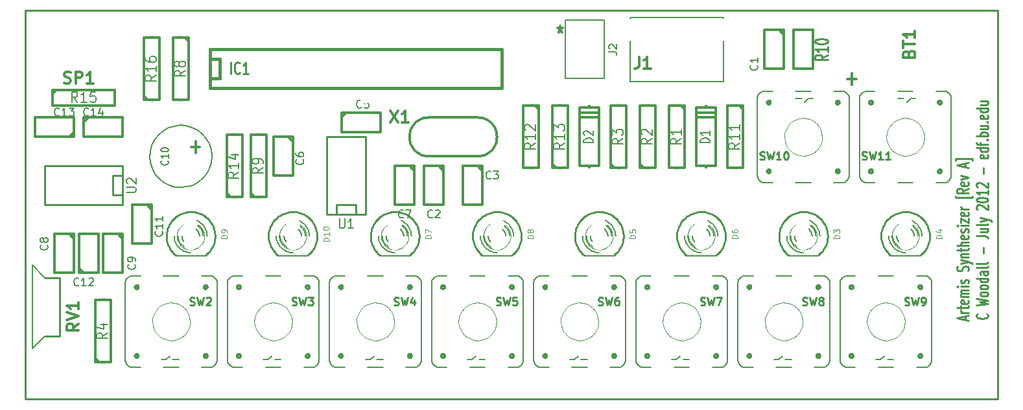
<source format=gto>
G04 (created by PCBNEW-RS274X (2011-nov-30)-testing) date Tue 03 Jul 2012 11:25:59 AM EDT*
%MOIN*%
G04 Gerber Fmt 3.4, Leading zero omitted, Abs format*
%FSLAX34Y34*%
G01*
G70*
G90*
G04 APERTURE LIST*
%ADD10C,0.0001*%
%ADD11C,0.012*%
%ADD12C,0.01*%
%ADD13C,0.008*%
%ADD14C,0.005*%
%ADD15C,0.003*%
%ADD16C,0.006*%
%ADD17C,0.0125*%
%ADD18C,0.015*%
%ADD19C,0.004*%
%ADD20C,0.0137*%
%ADD21C,0.0107*%
%ADD22C,0.0035*%
%ADD23C,0.0113*%
%ADD24C,0.066*%
%ADD25C,0.08*%
%ADD26C,0.1123*%
%ADD27R,0.061X0.061*%
%ADD28C,0.061*%
%ADD29R,0.066X0.066*%
%ADD30C,0.072*%
%ADD31C,0.062*%
%ADD32C,0.076*%
%ADD33R,0.076X0.076*%
%ADD34R,0.071X0.071*%
%ADD35C,0.071*%
%ADD36C,0.246*%
%ADD37C,0.091*%
G04 APERTURE END LIST*
G54D10*
G54D11*
X8522Y12981D02*
X8979Y12981D01*
X8750Y12676D02*
X8750Y13286D01*
X27501Y19226D02*
X27501Y19036D01*
X27358Y19112D02*
X27501Y19036D01*
X27643Y19112D01*
X27415Y18883D02*
X27501Y19036D01*
X27586Y18883D01*
G54D12*
X48321Y4096D02*
X48321Y4287D01*
X48493Y4058D02*
X47893Y4191D01*
X48493Y4325D01*
X48493Y4458D02*
X48093Y4458D01*
X48207Y4458D02*
X48150Y4477D01*
X48121Y4496D01*
X48093Y4534D01*
X48093Y4573D01*
X48093Y4649D02*
X48093Y4801D01*
X47893Y4706D02*
X48407Y4706D01*
X48464Y4725D01*
X48493Y4763D01*
X48493Y4801D01*
X48464Y5088D02*
X48493Y5050D01*
X48493Y4973D01*
X48464Y4935D01*
X48407Y4916D01*
X48179Y4916D01*
X48121Y4935D01*
X48093Y4973D01*
X48093Y5050D01*
X48121Y5088D01*
X48179Y5107D01*
X48236Y5107D01*
X48293Y4916D01*
X48493Y5278D02*
X48093Y5278D01*
X48150Y5278D02*
X48121Y5297D01*
X48093Y5335D01*
X48093Y5393D01*
X48121Y5431D01*
X48179Y5450D01*
X48493Y5450D01*
X48179Y5450D02*
X48121Y5469D01*
X48093Y5507D01*
X48093Y5564D01*
X48121Y5602D01*
X48179Y5621D01*
X48493Y5621D01*
X48493Y5811D02*
X48093Y5811D01*
X47893Y5811D02*
X47921Y5792D01*
X47950Y5811D01*
X47921Y5830D01*
X47893Y5811D01*
X47950Y5811D01*
X48464Y5982D02*
X48493Y6020D01*
X48493Y6096D01*
X48464Y6135D01*
X48407Y6154D01*
X48379Y6154D01*
X48321Y6135D01*
X48293Y6096D01*
X48293Y6039D01*
X48264Y6001D01*
X48207Y5982D01*
X48179Y5982D01*
X48121Y6001D01*
X48093Y6039D01*
X48093Y6096D01*
X48121Y6135D01*
X48464Y6611D02*
X48493Y6668D01*
X48493Y6764D01*
X48464Y6802D01*
X48436Y6821D01*
X48379Y6840D01*
X48321Y6840D01*
X48264Y6821D01*
X48236Y6802D01*
X48207Y6764D01*
X48179Y6687D01*
X48150Y6649D01*
X48121Y6630D01*
X48064Y6611D01*
X48007Y6611D01*
X47950Y6630D01*
X47921Y6649D01*
X47893Y6687D01*
X47893Y6783D01*
X47921Y6840D01*
X48093Y6973D02*
X48493Y7068D01*
X48093Y7164D02*
X48493Y7068D01*
X48636Y7030D01*
X48664Y7011D01*
X48693Y6973D01*
X48093Y7316D02*
X48493Y7316D01*
X48150Y7316D02*
X48121Y7335D01*
X48093Y7373D01*
X48093Y7431D01*
X48121Y7469D01*
X48179Y7488D01*
X48493Y7488D01*
X48093Y7621D02*
X48093Y7773D01*
X47893Y7678D02*
X48407Y7678D01*
X48464Y7697D01*
X48493Y7735D01*
X48493Y7773D01*
X48493Y7907D02*
X47893Y7907D01*
X48493Y8079D02*
X48179Y8079D01*
X48121Y8060D01*
X48093Y8022D01*
X48093Y7964D01*
X48121Y7926D01*
X48150Y7907D01*
X48464Y8422D02*
X48493Y8384D01*
X48493Y8307D01*
X48464Y8269D01*
X48407Y8250D01*
X48179Y8250D01*
X48121Y8269D01*
X48093Y8307D01*
X48093Y8384D01*
X48121Y8422D01*
X48179Y8441D01*
X48236Y8441D01*
X48293Y8250D01*
X48464Y8593D02*
X48493Y8631D01*
X48493Y8707D01*
X48464Y8746D01*
X48407Y8765D01*
X48379Y8765D01*
X48321Y8746D01*
X48293Y8707D01*
X48293Y8650D01*
X48264Y8612D01*
X48207Y8593D01*
X48179Y8593D01*
X48121Y8612D01*
X48093Y8650D01*
X48093Y8707D01*
X48121Y8746D01*
X48493Y8936D02*
X48093Y8936D01*
X47893Y8936D02*
X47921Y8917D01*
X47950Y8936D01*
X47921Y8955D01*
X47893Y8936D01*
X47950Y8936D01*
X48093Y9088D02*
X48093Y9298D01*
X48493Y9088D01*
X48493Y9298D01*
X48464Y9603D02*
X48493Y9565D01*
X48493Y9488D01*
X48464Y9450D01*
X48407Y9431D01*
X48179Y9431D01*
X48121Y9450D01*
X48093Y9488D01*
X48093Y9565D01*
X48121Y9603D01*
X48179Y9622D01*
X48236Y9622D01*
X48293Y9431D01*
X48493Y9793D02*
X48093Y9793D01*
X48207Y9793D02*
X48150Y9812D01*
X48121Y9831D01*
X48093Y9869D01*
X48093Y9908D01*
X48693Y10461D02*
X48693Y10365D01*
X47836Y10365D01*
X47836Y10461D01*
X48493Y10842D02*
X48207Y10708D01*
X48493Y10613D02*
X47893Y10613D01*
X47893Y10766D01*
X47921Y10804D01*
X47950Y10823D01*
X48007Y10842D01*
X48093Y10842D01*
X48150Y10823D01*
X48179Y10804D01*
X48207Y10766D01*
X48207Y10613D01*
X48464Y11166D02*
X48493Y11128D01*
X48493Y11051D01*
X48464Y11013D01*
X48407Y10994D01*
X48179Y10994D01*
X48121Y11013D01*
X48093Y11051D01*
X48093Y11128D01*
X48121Y11166D01*
X48179Y11185D01*
X48236Y11185D01*
X48293Y10994D01*
X48093Y11318D02*
X48493Y11413D01*
X48093Y11509D01*
X48321Y11947D02*
X48321Y12138D01*
X48493Y11909D02*
X47893Y12042D01*
X48493Y12176D01*
X48693Y12271D02*
X48693Y12366D01*
X47836Y12366D01*
X47836Y12271D01*
X49436Y4396D02*
X49464Y4377D01*
X49493Y4320D01*
X49493Y4282D01*
X49464Y4224D01*
X49407Y4186D01*
X49350Y4167D01*
X49236Y4148D01*
X49150Y4148D01*
X49036Y4167D01*
X48979Y4186D01*
X48921Y4224D01*
X48893Y4282D01*
X48893Y4320D01*
X48921Y4377D01*
X48950Y4396D01*
X48893Y4834D02*
X49493Y4929D01*
X49064Y5006D01*
X49493Y5082D01*
X48893Y5177D01*
X49493Y5386D02*
X49464Y5348D01*
X49436Y5329D01*
X49379Y5310D01*
X49207Y5310D01*
X49150Y5329D01*
X49121Y5348D01*
X49093Y5386D01*
X49093Y5444D01*
X49121Y5482D01*
X49150Y5501D01*
X49207Y5520D01*
X49379Y5520D01*
X49436Y5501D01*
X49464Y5482D01*
X49493Y5444D01*
X49493Y5386D01*
X49493Y5748D02*
X49464Y5710D01*
X49436Y5691D01*
X49379Y5672D01*
X49207Y5672D01*
X49150Y5691D01*
X49121Y5710D01*
X49093Y5748D01*
X49093Y5806D01*
X49121Y5844D01*
X49150Y5863D01*
X49207Y5882D01*
X49379Y5882D01*
X49436Y5863D01*
X49464Y5844D01*
X49493Y5806D01*
X49493Y5748D01*
X49493Y6225D02*
X48893Y6225D01*
X49464Y6225D02*
X49493Y6187D01*
X49493Y6110D01*
X49464Y6072D01*
X49436Y6053D01*
X49379Y6034D01*
X49207Y6034D01*
X49150Y6053D01*
X49121Y6072D01*
X49093Y6110D01*
X49093Y6187D01*
X49121Y6225D01*
X49493Y6587D02*
X49179Y6587D01*
X49121Y6568D01*
X49093Y6530D01*
X49093Y6453D01*
X49121Y6415D01*
X49464Y6587D02*
X49493Y6549D01*
X49493Y6453D01*
X49464Y6415D01*
X49407Y6396D01*
X49350Y6396D01*
X49293Y6415D01*
X49264Y6453D01*
X49264Y6549D01*
X49236Y6587D01*
X49493Y6834D02*
X49464Y6796D01*
X49407Y6777D01*
X48893Y6777D01*
X49493Y7044D02*
X49464Y7006D01*
X49407Y6987D01*
X48893Y6987D01*
X49264Y7502D02*
X49264Y7807D01*
X48893Y8417D02*
X49321Y8417D01*
X49407Y8397D01*
X49464Y8359D01*
X49493Y8302D01*
X49493Y8264D01*
X49093Y8779D02*
X49493Y8779D01*
X49093Y8607D02*
X49407Y8607D01*
X49464Y8626D01*
X49493Y8664D01*
X49493Y8722D01*
X49464Y8760D01*
X49436Y8779D01*
X49493Y9026D02*
X49464Y8988D01*
X49407Y8969D01*
X48893Y8969D01*
X49093Y9141D02*
X49493Y9236D01*
X49093Y9332D02*
X49493Y9236D01*
X49636Y9198D01*
X49664Y9179D01*
X49693Y9141D01*
X48950Y9770D02*
X48921Y9789D01*
X48893Y9827D01*
X48893Y9923D01*
X48921Y9961D01*
X48950Y9980D01*
X49007Y9999D01*
X49064Y9999D01*
X49150Y9980D01*
X49493Y9751D01*
X49493Y9999D01*
X48893Y10246D02*
X48893Y10285D01*
X48921Y10323D01*
X48950Y10342D01*
X49007Y10361D01*
X49121Y10380D01*
X49264Y10380D01*
X49379Y10361D01*
X49436Y10342D01*
X49464Y10323D01*
X49493Y10285D01*
X49493Y10246D01*
X49464Y10208D01*
X49436Y10189D01*
X49379Y10170D01*
X49264Y10151D01*
X49121Y10151D01*
X49007Y10170D01*
X48950Y10189D01*
X48921Y10208D01*
X48893Y10246D01*
X49493Y10761D02*
X49493Y10532D01*
X49493Y10646D02*
X48893Y10646D01*
X48979Y10608D01*
X49036Y10570D01*
X49064Y10532D01*
X48950Y10913D02*
X48921Y10932D01*
X48893Y10970D01*
X48893Y11066D01*
X48921Y11104D01*
X48950Y11123D01*
X49007Y11142D01*
X49064Y11142D01*
X49150Y11123D01*
X49493Y10894D01*
X49493Y11142D01*
X49264Y11618D02*
X49264Y11923D01*
X49464Y12571D02*
X49493Y12533D01*
X49493Y12456D01*
X49464Y12418D01*
X49407Y12399D01*
X49179Y12399D01*
X49121Y12418D01*
X49093Y12456D01*
X49093Y12533D01*
X49121Y12571D01*
X49179Y12590D01*
X49236Y12590D01*
X49293Y12399D01*
X49493Y12933D02*
X48893Y12933D01*
X49464Y12933D02*
X49493Y12895D01*
X49493Y12818D01*
X49464Y12780D01*
X49436Y12761D01*
X49379Y12742D01*
X49207Y12742D01*
X49150Y12761D01*
X49121Y12780D01*
X49093Y12818D01*
X49093Y12895D01*
X49121Y12933D01*
X49093Y13066D02*
X49093Y13218D01*
X49493Y13123D02*
X48979Y13123D01*
X48921Y13142D01*
X48893Y13180D01*
X48893Y13218D01*
X49436Y13352D02*
X49464Y13371D01*
X49493Y13352D01*
X49464Y13333D01*
X49436Y13352D01*
X49493Y13352D01*
X49493Y13542D02*
X48893Y13542D01*
X49121Y13542D02*
X49093Y13580D01*
X49093Y13657D01*
X49121Y13695D01*
X49150Y13714D01*
X49207Y13733D01*
X49379Y13733D01*
X49436Y13714D01*
X49464Y13695D01*
X49493Y13657D01*
X49493Y13580D01*
X49464Y13542D01*
X49093Y14076D02*
X49493Y14076D01*
X49093Y13904D02*
X49407Y13904D01*
X49464Y13923D01*
X49493Y13961D01*
X49493Y14019D01*
X49464Y14057D01*
X49436Y14076D01*
X49436Y14266D02*
X49464Y14285D01*
X49493Y14266D01*
X49464Y14247D01*
X49436Y14266D01*
X49493Y14266D01*
X49464Y14609D02*
X49493Y14571D01*
X49493Y14494D01*
X49464Y14456D01*
X49407Y14437D01*
X49179Y14437D01*
X49121Y14456D01*
X49093Y14494D01*
X49093Y14571D01*
X49121Y14609D01*
X49179Y14628D01*
X49236Y14628D01*
X49293Y14437D01*
X49493Y14971D02*
X48893Y14971D01*
X49464Y14971D02*
X49493Y14933D01*
X49493Y14856D01*
X49464Y14818D01*
X49436Y14799D01*
X49379Y14780D01*
X49207Y14780D01*
X49150Y14799D01*
X49121Y14818D01*
X49093Y14856D01*
X49093Y14933D01*
X49121Y14971D01*
X49093Y15333D02*
X49493Y15333D01*
X49093Y15161D02*
X49407Y15161D01*
X49464Y15180D01*
X49493Y15218D01*
X49493Y15276D01*
X49464Y15314D01*
X49436Y15333D01*
G54D11*
X42272Y16481D02*
X42729Y16481D01*
X42500Y16176D02*
X42500Y16786D01*
G54D12*
X50000Y20000D02*
X0Y20000D01*
X50000Y0D02*
X50000Y20000D01*
X0Y0D02*
X50000Y0D01*
X0Y20000D02*
X0Y0D01*
G54D13*
X35900Y19650D02*
X31100Y19650D01*
X31100Y19650D02*
X31100Y16350D01*
X31100Y16350D02*
X35900Y16350D01*
X35900Y16350D02*
X35900Y19650D01*
G54D14*
X31100Y16350D02*
X35900Y16350D01*
G54D13*
X350Y2600D02*
X350Y6900D01*
X1000Y3250D02*
X350Y2600D01*
X1000Y6250D02*
X350Y6900D01*
G54D12*
X1000Y3250D02*
X1750Y3250D01*
X1750Y6250D02*
X1000Y6250D01*
X1750Y3250D02*
X1750Y6250D01*
G54D11*
X39500Y19000D02*
X40500Y19000D01*
X40500Y19000D02*
X40500Y17000D01*
X40500Y17000D02*
X39500Y17000D01*
X39500Y17000D02*
X39500Y19000D01*
X26000Y15500D02*
X26000Y15100D01*
X26000Y15100D02*
X26400Y15100D01*
X26400Y15100D02*
X26400Y11900D01*
X26400Y11900D02*
X25600Y11900D01*
X25600Y11900D02*
X25600Y15100D01*
X25600Y15100D02*
X26000Y15100D01*
X26200Y15100D02*
X26400Y14900D01*
X26000Y11500D02*
X26000Y11900D01*
X27500Y11500D02*
X27500Y11900D01*
X27500Y11900D02*
X27100Y11900D01*
X27100Y11900D02*
X27100Y15100D01*
X27100Y15100D02*
X27900Y15100D01*
X27900Y15100D02*
X27900Y11900D01*
X27900Y11900D02*
X27500Y11900D01*
X27300Y11900D02*
X27100Y12100D01*
X27500Y15500D02*
X27500Y15100D01*
X36500Y15500D02*
X36500Y15100D01*
X36500Y15100D02*
X36900Y15100D01*
X36900Y15100D02*
X36900Y11900D01*
X36900Y11900D02*
X36100Y11900D01*
X36100Y11900D02*
X36100Y15100D01*
X36100Y15100D02*
X36500Y15100D01*
X36700Y15100D02*
X36900Y14900D01*
X36500Y11500D02*
X36500Y11900D01*
X33500Y15500D02*
X33500Y15100D01*
X33500Y15100D02*
X33900Y15100D01*
X33900Y15100D02*
X33900Y11900D01*
X33900Y11900D02*
X33100Y11900D01*
X33100Y11900D02*
X33100Y15100D01*
X33100Y15100D02*
X33500Y15100D01*
X33700Y15100D02*
X33900Y14900D01*
X33500Y11500D02*
X33500Y11900D01*
X12000Y10000D02*
X12000Y10400D01*
X12000Y10400D02*
X11600Y10400D01*
X11600Y10400D02*
X11600Y13600D01*
X11600Y13600D02*
X12400Y13600D01*
X12400Y13600D02*
X12400Y10400D01*
X12400Y10400D02*
X12000Y10400D01*
X11800Y10400D02*
X11600Y10600D01*
X12000Y14000D02*
X12000Y13600D01*
X10750Y10000D02*
X10750Y10400D01*
X10750Y10400D02*
X10350Y10400D01*
X10350Y10400D02*
X10350Y13600D01*
X10350Y13600D02*
X11150Y13600D01*
X11150Y13600D02*
X11150Y10400D01*
X11150Y10400D02*
X10750Y10400D01*
X10550Y10400D02*
X10350Y10600D01*
X10750Y14000D02*
X10750Y13600D01*
X8000Y19000D02*
X8000Y18600D01*
X8000Y18600D02*
X8400Y18600D01*
X8400Y18600D02*
X8400Y15400D01*
X8400Y15400D02*
X7600Y15400D01*
X7600Y15400D02*
X7600Y18600D01*
X7600Y18600D02*
X8000Y18600D01*
X8200Y18600D02*
X8400Y18400D01*
X8000Y15000D02*
X8000Y15400D01*
X1000Y15500D02*
X1400Y15500D01*
X1400Y15500D02*
X1400Y15900D01*
X1400Y15900D02*
X4600Y15900D01*
X4600Y15900D02*
X4600Y15100D01*
X4600Y15100D02*
X1400Y15100D01*
X1400Y15100D02*
X1400Y15500D01*
X1400Y15700D02*
X1600Y15900D01*
X5000Y15500D02*
X4600Y15500D01*
X6500Y15000D02*
X6500Y15400D01*
X6500Y15400D02*
X6100Y15400D01*
X6100Y15400D02*
X6100Y18600D01*
X6100Y18600D02*
X6900Y18600D01*
X6900Y18600D02*
X6900Y15400D01*
X6900Y15400D02*
X6500Y15400D01*
X6300Y15400D02*
X6100Y15600D01*
X6500Y19000D02*
X6500Y18600D01*
X32000Y11500D02*
X32000Y11900D01*
X32000Y11900D02*
X31600Y11900D01*
X31600Y11900D02*
X31600Y15100D01*
X31600Y15100D02*
X32400Y15100D01*
X32400Y15100D02*
X32400Y11900D01*
X32400Y11900D02*
X32000Y11900D01*
X31800Y11900D02*
X31600Y12100D01*
X32000Y15500D02*
X32000Y15100D01*
X30500Y11500D02*
X30500Y11900D01*
X30500Y11900D02*
X30100Y11900D01*
X30100Y11900D02*
X30100Y15100D01*
X30100Y15100D02*
X30900Y15100D01*
X30900Y15100D02*
X30900Y11900D01*
X30900Y11900D02*
X30500Y11900D01*
X30300Y11900D02*
X30100Y12100D01*
X30500Y15500D02*
X30500Y15100D01*
G54D13*
X27750Y16500D02*
X27750Y19500D01*
X29750Y19500D02*
X29750Y16500D01*
X29750Y16500D02*
X27750Y16500D01*
X27750Y19500D02*
X29750Y19500D01*
X39250Y7380D02*
X40750Y7380D01*
G54D15*
X40707Y8400D02*
X40693Y8263D01*
X40653Y8131D01*
X40588Y8009D01*
X40501Y7902D01*
X40395Y7814D01*
X40273Y7749D01*
X40142Y7708D01*
X40004Y7694D01*
X39868Y7706D01*
X39736Y7745D01*
X39613Y7809D01*
X39506Y7895D01*
X39417Y8001D01*
X39351Y8122D01*
X39309Y8254D01*
X39294Y8391D01*
X39305Y8527D01*
X39343Y8660D01*
X39406Y8782D01*
X39492Y8891D01*
X39597Y8980D01*
X39717Y9047D01*
X39849Y9090D01*
X39986Y9106D01*
X40122Y9096D01*
X40255Y9059D01*
X40378Y8996D01*
X40487Y8911D01*
X40577Y8807D01*
X40645Y8687D01*
X40689Y8556D01*
X40706Y8419D01*
X40707Y8400D01*
G54D12*
X40750Y7401D02*
X40834Y7470D01*
X40912Y7546D01*
X40983Y7629D01*
X41047Y7718D01*
X41102Y7812D01*
X41149Y7910D01*
X41188Y8012D01*
X41217Y8117D01*
X41237Y8224D01*
X41248Y8333D01*
X41249Y8441D01*
X41240Y8550D01*
X41223Y8657D01*
X41196Y8763D01*
X41159Y8866D01*
X41114Y8965D01*
X41061Y9060D01*
X40999Y9150D01*
X40930Y9234D01*
X40854Y9312D01*
X40771Y9383D01*
X40682Y9447D01*
X40588Y9502D01*
X40490Y9549D01*
X40388Y9588D01*
X40283Y9617D01*
X40176Y9637D01*
X40067Y9648D01*
X39959Y9649D01*
X39850Y9640D01*
X39743Y9623D01*
X39637Y9596D01*
X39534Y9559D01*
X39435Y9514D01*
X39340Y9461D01*
X39250Y9399D01*
X39166Y9330D01*
X39088Y9254D01*
X39017Y9171D01*
X38953Y9082D01*
X38898Y8988D01*
X38851Y8890D01*
X38812Y8788D01*
X38783Y8683D01*
X38763Y8576D01*
X38752Y8467D01*
X38751Y8359D01*
X38760Y8250D01*
X38777Y8143D01*
X38804Y8037D01*
X38841Y7934D01*
X38886Y7835D01*
X38939Y7740D01*
X39001Y7650D01*
X39070Y7566D01*
X39146Y7488D01*
X39229Y7417D01*
X39250Y7401D01*
G54D16*
X40450Y8400D02*
X40448Y8439D01*
X40443Y8478D01*
X40434Y8516D01*
X40422Y8553D01*
X40407Y8590D01*
X40389Y8624D01*
X40368Y8658D01*
X40344Y8689D01*
X40318Y8718D01*
X40289Y8744D01*
X40258Y8768D01*
X40225Y8789D01*
X40190Y8807D01*
X40153Y8822D01*
X40116Y8834D01*
X40078Y8843D01*
X40039Y8848D01*
X40000Y8850D01*
X39550Y8400D02*
X39552Y8361D01*
X39557Y8322D01*
X39566Y8284D01*
X39578Y8247D01*
X39593Y8210D01*
X39611Y8176D01*
X39632Y8142D01*
X39656Y8111D01*
X39682Y8082D01*
X39711Y8056D01*
X39742Y8032D01*
X39776Y8011D01*
X39810Y7993D01*
X39847Y7978D01*
X39884Y7966D01*
X39922Y7957D01*
X39961Y7952D01*
X40000Y7950D01*
X40650Y8400D02*
X40647Y8456D01*
X40640Y8512D01*
X40627Y8568D01*
X40610Y8622D01*
X40589Y8674D01*
X40562Y8724D01*
X40532Y8772D01*
X40497Y8817D01*
X40459Y8859D01*
X40417Y8897D01*
X40372Y8932D01*
X40325Y8962D01*
X40274Y8989D01*
X40222Y9010D01*
X40168Y9027D01*
X40112Y9040D01*
X40056Y9047D01*
X40000Y9050D01*
X39350Y8400D02*
X39353Y8344D01*
X39360Y8288D01*
X39373Y8232D01*
X39390Y8178D01*
X39411Y8126D01*
X39438Y8076D01*
X39468Y8028D01*
X39503Y7983D01*
X39541Y7941D01*
X39583Y7903D01*
X39628Y7868D01*
X39676Y7838D01*
X39726Y7811D01*
X39778Y7790D01*
X39832Y7773D01*
X39888Y7760D01*
X39944Y7753D01*
X40000Y7750D01*
X40850Y8400D02*
X40846Y8474D01*
X40837Y8547D01*
X40821Y8619D01*
X40798Y8690D01*
X40770Y8759D01*
X40736Y8824D01*
X40696Y8887D01*
X40651Y8946D01*
X40601Y9001D01*
X40546Y9051D01*
X40487Y9096D01*
X40425Y9136D01*
X40359Y9170D01*
X40290Y9198D01*
X40219Y9221D01*
X40147Y9237D01*
X40074Y9246D01*
X40000Y9250D01*
X39150Y8400D02*
X39154Y8326D01*
X39163Y8253D01*
X39179Y8181D01*
X39202Y8110D01*
X39230Y8041D01*
X39264Y7976D01*
X39304Y7913D01*
X39349Y7854D01*
X39399Y7799D01*
X39454Y7749D01*
X39513Y7704D01*
X39576Y7664D01*
X39641Y7630D01*
X39710Y7602D01*
X39781Y7579D01*
X39853Y7563D01*
X39926Y7554D01*
X40000Y7550D01*
G54D13*
X28750Y7380D02*
X30250Y7380D01*
G54D15*
X30207Y8400D02*
X30193Y8263D01*
X30153Y8131D01*
X30088Y8009D01*
X30001Y7902D01*
X29895Y7814D01*
X29773Y7749D01*
X29642Y7708D01*
X29504Y7694D01*
X29368Y7706D01*
X29236Y7745D01*
X29113Y7809D01*
X29006Y7895D01*
X28917Y8001D01*
X28851Y8122D01*
X28809Y8254D01*
X28794Y8391D01*
X28805Y8527D01*
X28843Y8660D01*
X28906Y8782D01*
X28992Y8891D01*
X29097Y8980D01*
X29217Y9047D01*
X29349Y9090D01*
X29486Y9106D01*
X29622Y9096D01*
X29755Y9059D01*
X29878Y8996D01*
X29987Y8911D01*
X30077Y8807D01*
X30145Y8687D01*
X30189Y8556D01*
X30206Y8419D01*
X30207Y8400D01*
G54D12*
X30250Y7401D02*
X30334Y7470D01*
X30412Y7546D01*
X30483Y7629D01*
X30547Y7718D01*
X30602Y7812D01*
X30649Y7910D01*
X30688Y8012D01*
X30717Y8117D01*
X30737Y8224D01*
X30748Y8333D01*
X30749Y8441D01*
X30740Y8550D01*
X30723Y8657D01*
X30696Y8763D01*
X30659Y8866D01*
X30614Y8965D01*
X30561Y9060D01*
X30499Y9150D01*
X30430Y9234D01*
X30354Y9312D01*
X30271Y9383D01*
X30182Y9447D01*
X30088Y9502D01*
X29990Y9549D01*
X29888Y9588D01*
X29783Y9617D01*
X29676Y9637D01*
X29567Y9648D01*
X29459Y9649D01*
X29350Y9640D01*
X29243Y9623D01*
X29137Y9596D01*
X29034Y9559D01*
X28935Y9514D01*
X28840Y9461D01*
X28750Y9399D01*
X28666Y9330D01*
X28588Y9254D01*
X28517Y9171D01*
X28453Y9082D01*
X28398Y8988D01*
X28351Y8890D01*
X28312Y8788D01*
X28283Y8683D01*
X28263Y8576D01*
X28252Y8467D01*
X28251Y8359D01*
X28260Y8250D01*
X28277Y8143D01*
X28304Y8037D01*
X28341Y7934D01*
X28386Y7835D01*
X28439Y7740D01*
X28501Y7650D01*
X28570Y7566D01*
X28646Y7488D01*
X28729Y7417D01*
X28750Y7401D01*
G54D16*
X29950Y8400D02*
X29948Y8439D01*
X29943Y8478D01*
X29934Y8516D01*
X29922Y8553D01*
X29907Y8590D01*
X29889Y8624D01*
X29868Y8658D01*
X29844Y8689D01*
X29818Y8718D01*
X29789Y8744D01*
X29758Y8768D01*
X29725Y8789D01*
X29690Y8807D01*
X29653Y8822D01*
X29616Y8834D01*
X29578Y8843D01*
X29539Y8848D01*
X29500Y8850D01*
X29050Y8400D02*
X29052Y8361D01*
X29057Y8322D01*
X29066Y8284D01*
X29078Y8247D01*
X29093Y8210D01*
X29111Y8176D01*
X29132Y8142D01*
X29156Y8111D01*
X29182Y8082D01*
X29211Y8056D01*
X29242Y8032D01*
X29276Y8011D01*
X29310Y7993D01*
X29347Y7978D01*
X29384Y7966D01*
X29422Y7957D01*
X29461Y7952D01*
X29500Y7950D01*
X30150Y8400D02*
X30147Y8456D01*
X30140Y8512D01*
X30127Y8568D01*
X30110Y8622D01*
X30089Y8674D01*
X30062Y8724D01*
X30032Y8772D01*
X29997Y8817D01*
X29959Y8859D01*
X29917Y8897D01*
X29872Y8932D01*
X29825Y8962D01*
X29774Y8989D01*
X29722Y9010D01*
X29668Y9027D01*
X29612Y9040D01*
X29556Y9047D01*
X29500Y9050D01*
X28850Y8400D02*
X28853Y8344D01*
X28860Y8288D01*
X28873Y8232D01*
X28890Y8178D01*
X28911Y8126D01*
X28938Y8076D01*
X28968Y8028D01*
X29003Y7983D01*
X29041Y7941D01*
X29083Y7903D01*
X29128Y7868D01*
X29176Y7838D01*
X29226Y7811D01*
X29278Y7790D01*
X29332Y7773D01*
X29388Y7760D01*
X29444Y7753D01*
X29500Y7750D01*
X30350Y8400D02*
X30346Y8474D01*
X30337Y8547D01*
X30321Y8619D01*
X30298Y8690D01*
X30270Y8759D01*
X30236Y8824D01*
X30196Y8887D01*
X30151Y8946D01*
X30101Y9001D01*
X30046Y9051D01*
X29987Y9096D01*
X29925Y9136D01*
X29859Y9170D01*
X29790Y9198D01*
X29719Y9221D01*
X29647Y9237D01*
X29574Y9246D01*
X29500Y9250D01*
X28650Y8400D02*
X28654Y8326D01*
X28663Y8253D01*
X28679Y8181D01*
X28702Y8110D01*
X28730Y8041D01*
X28764Y7976D01*
X28804Y7913D01*
X28849Y7854D01*
X28899Y7799D01*
X28954Y7749D01*
X29013Y7704D01*
X29076Y7664D01*
X29141Y7630D01*
X29210Y7602D01*
X29281Y7579D01*
X29353Y7563D01*
X29426Y7554D01*
X29500Y7550D01*
G54D13*
X18250Y7380D02*
X19750Y7380D01*
G54D15*
X19707Y8400D02*
X19693Y8263D01*
X19653Y8131D01*
X19588Y8009D01*
X19501Y7902D01*
X19395Y7814D01*
X19273Y7749D01*
X19142Y7708D01*
X19004Y7694D01*
X18868Y7706D01*
X18736Y7745D01*
X18613Y7809D01*
X18506Y7895D01*
X18417Y8001D01*
X18351Y8122D01*
X18309Y8254D01*
X18294Y8391D01*
X18305Y8527D01*
X18343Y8660D01*
X18406Y8782D01*
X18492Y8891D01*
X18597Y8980D01*
X18717Y9047D01*
X18849Y9090D01*
X18986Y9106D01*
X19122Y9096D01*
X19255Y9059D01*
X19378Y8996D01*
X19487Y8911D01*
X19577Y8807D01*
X19645Y8687D01*
X19689Y8556D01*
X19706Y8419D01*
X19707Y8400D01*
G54D12*
X19750Y7401D02*
X19834Y7470D01*
X19912Y7546D01*
X19983Y7629D01*
X20047Y7718D01*
X20102Y7812D01*
X20149Y7910D01*
X20188Y8012D01*
X20217Y8117D01*
X20237Y8224D01*
X20248Y8333D01*
X20249Y8441D01*
X20240Y8550D01*
X20223Y8657D01*
X20196Y8763D01*
X20159Y8866D01*
X20114Y8965D01*
X20061Y9060D01*
X19999Y9150D01*
X19930Y9234D01*
X19854Y9312D01*
X19771Y9383D01*
X19682Y9447D01*
X19588Y9502D01*
X19490Y9549D01*
X19388Y9588D01*
X19283Y9617D01*
X19176Y9637D01*
X19067Y9648D01*
X18959Y9649D01*
X18850Y9640D01*
X18743Y9623D01*
X18637Y9596D01*
X18534Y9559D01*
X18435Y9514D01*
X18340Y9461D01*
X18250Y9399D01*
X18166Y9330D01*
X18088Y9254D01*
X18017Y9171D01*
X17953Y9082D01*
X17898Y8988D01*
X17851Y8890D01*
X17812Y8788D01*
X17783Y8683D01*
X17763Y8576D01*
X17752Y8467D01*
X17751Y8359D01*
X17760Y8250D01*
X17777Y8143D01*
X17804Y8037D01*
X17841Y7934D01*
X17886Y7835D01*
X17939Y7740D01*
X18001Y7650D01*
X18070Y7566D01*
X18146Y7488D01*
X18229Y7417D01*
X18250Y7401D01*
G54D16*
X19450Y8400D02*
X19448Y8439D01*
X19443Y8478D01*
X19434Y8516D01*
X19422Y8553D01*
X19407Y8590D01*
X19389Y8624D01*
X19368Y8658D01*
X19344Y8689D01*
X19318Y8718D01*
X19289Y8744D01*
X19258Y8768D01*
X19225Y8789D01*
X19190Y8807D01*
X19153Y8822D01*
X19116Y8834D01*
X19078Y8843D01*
X19039Y8848D01*
X19000Y8850D01*
X18550Y8400D02*
X18552Y8361D01*
X18557Y8322D01*
X18566Y8284D01*
X18578Y8247D01*
X18593Y8210D01*
X18611Y8176D01*
X18632Y8142D01*
X18656Y8111D01*
X18682Y8082D01*
X18711Y8056D01*
X18742Y8032D01*
X18776Y8011D01*
X18810Y7993D01*
X18847Y7978D01*
X18884Y7966D01*
X18922Y7957D01*
X18961Y7952D01*
X19000Y7950D01*
X19650Y8400D02*
X19647Y8456D01*
X19640Y8512D01*
X19627Y8568D01*
X19610Y8622D01*
X19589Y8674D01*
X19562Y8724D01*
X19532Y8772D01*
X19497Y8817D01*
X19459Y8859D01*
X19417Y8897D01*
X19372Y8932D01*
X19325Y8962D01*
X19274Y8989D01*
X19222Y9010D01*
X19168Y9027D01*
X19112Y9040D01*
X19056Y9047D01*
X19000Y9050D01*
X18350Y8400D02*
X18353Y8344D01*
X18360Y8288D01*
X18373Y8232D01*
X18390Y8178D01*
X18411Y8126D01*
X18438Y8076D01*
X18468Y8028D01*
X18503Y7983D01*
X18541Y7941D01*
X18583Y7903D01*
X18628Y7868D01*
X18676Y7838D01*
X18726Y7811D01*
X18778Y7790D01*
X18832Y7773D01*
X18888Y7760D01*
X18944Y7753D01*
X19000Y7750D01*
X19850Y8400D02*
X19846Y8474D01*
X19837Y8547D01*
X19821Y8619D01*
X19798Y8690D01*
X19770Y8759D01*
X19736Y8824D01*
X19696Y8887D01*
X19651Y8946D01*
X19601Y9001D01*
X19546Y9051D01*
X19487Y9096D01*
X19425Y9136D01*
X19359Y9170D01*
X19290Y9198D01*
X19219Y9221D01*
X19147Y9237D01*
X19074Y9246D01*
X19000Y9250D01*
X18150Y8400D02*
X18154Y8326D01*
X18163Y8253D01*
X18179Y8181D01*
X18202Y8110D01*
X18230Y8041D01*
X18264Y7976D01*
X18304Y7913D01*
X18349Y7854D01*
X18399Y7799D01*
X18454Y7749D01*
X18513Y7704D01*
X18576Y7664D01*
X18641Y7630D01*
X18710Y7602D01*
X18781Y7579D01*
X18853Y7563D01*
X18926Y7554D01*
X19000Y7550D01*
G54D13*
X7750Y7380D02*
X9250Y7380D01*
G54D15*
X9207Y8400D02*
X9193Y8263D01*
X9153Y8131D01*
X9088Y8009D01*
X9001Y7902D01*
X8895Y7814D01*
X8773Y7749D01*
X8642Y7708D01*
X8504Y7694D01*
X8368Y7706D01*
X8236Y7745D01*
X8113Y7809D01*
X8006Y7895D01*
X7917Y8001D01*
X7851Y8122D01*
X7809Y8254D01*
X7794Y8391D01*
X7805Y8527D01*
X7843Y8660D01*
X7906Y8782D01*
X7992Y8891D01*
X8097Y8980D01*
X8217Y9047D01*
X8349Y9090D01*
X8486Y9106D01*
X8622Y9096D01*
X8755Y9059D01*
X8878Y8996D01*
X8987Y8911D01*
X9077Y8807D01*
X9145Y8687D01*
X9189Y8556D01*
X9206Y8419D01*
X9207Y8400D01*
G54D12*
X9250Y7401D02*
X9334Y7470D01*
X9412Y7546D01*
X9483Y7629D01*
X9547Y7718D01*
X9602Y7812D01*
X9649Y7910D01*
X9688Y8012D01*
X9717Y8117D01*
X9737Y8224D01*
X9748Y8333D01*
X9749Y8441D01*
X9740Y8550D01*
X9723Y8657D01*
X9696Y8763D01*
X9659Y8866D01*
X9614Y8965D01*
X9561Y9060D01*
X9499Y9150D01*
X9430Y9234D01*
X9354Y9312D01*
X9271Y9383D01*
X9182Y9447D01*
X9088Y9502D01*
X8990Y9549D01*
X8888Y9588D01*
X8783Y9617D01*
X8676Y9637D01*
X8567Y9648D01*
X8459Y9649D01*
X8350Y9640D01*
X8243Y9623D01*
X8137Y9596D01*
X8034Y9559D01*
X7935Y9514D01*
X7840Y9461D01*
X7750Y9399D01*
X7666Y9330D01*
X7588Y9254D01*
X7517Y9171D01*
X7453Y9082D01*
X7398Y8988D01*
X7351Y8890D01*
X7312Y8788D01*
X7283Y8683D01*
X7263Y8576D01*
X7252Y8467D01*
X7251Y8359D01*
X7260Y8250D01*
X7277Y8143D01*
X7304Y8037D01*
X7341Y7934D01*
X7386Y7835D01*
X7439Y7740D01*
X7501Y7650D01*
X7570Y7566D01*
X7646Y7488D01*
X7729Y7417D01*
X7750Y7401D01*
G54D16*
X8950Y8400D02*
X8948Y8439D01*
X8943Y8478D01*
X8934Y8516D01*
X8922Y8553D01*
X8907Y8590D01*
X8889Y8624D01*
X8868Y8658D01*
X8844Y8689D01*
X8818Y8718D01*
X8789Y8744D01*
X8758Y8768D01*
X8725Y8789D01*
X8690Y8807D01*
X8653Y8822D01*
X8616Y8834D01*
X8578Y8843D01*
X8539Y8848D01*
X8500Y8850D01*
X8050Y8400D02*
X8052Y8361D01*
X8057Y8322D01*
X8066Y8284D01*
X8078Y8247D01*
X8093Y8210D01*
X8111Y8176D01*
X8132Y8142D01*
X8156Y8111D01*
X8182Y8082D01*
X8211Y8056D01*
X8242Y8032D01*
X8276Y8011D01*
X8310Y7993D01*
X8347Y7978D01*
X8384Y7966D01*
X8422Y7957D01*
X8461Y7952D01*
X8500Y7950D01*
X9150Y8400D02*
X9147Y8456D01*
X9140Y8512D01*
X9127Y8568D01*
X9110Y8622D01*
X9089Y8674D01*
X9062Y8724D01*
X9032Y8772D01*
X8997Y8817D01*
X8959Y8859D01*
X8917Y8897D01*
X8872Y8932D01*
X8825Y8962D01*
X8774Y8989D01*
X8722Y9010D01*
X8668Y9027D01*
X8612Y9040D01*
X8556Y9047D01*
X8500Y9050D01*
X7850Y8400D02*
X7853Y8344D01*
X7860Y8288D01*
X7873Y8232D01*
X7890Y8178D01*
X7911Y8126D01*
X7938Y8076D01*
X7968Y8028D01*
X8003Y7983D01*
X8041Y7941D01*
X8083Y7903D01*
X8128Y7868D01*
X8176Y7838D01*
X8226Y7811D01*
X8278Y7790D01*
X8332Y7773D01*
X8388Y7760D01*
X8444Y7753D01*
X8500Y7750D01*
X9350Y8400D02*
X9346Y8474D01*
X9337Y8547D01*
X9321Y8619D01*
X9298Y8690D01*
X9270Y8759D01*
X9236Y8824D01*
X9196Y8887D01*
X9151Y8946D01*
X9101Y9001D01*
X9046Y9051D01*
X8987Y9096D01*
X8925Y9136D01*
X8859Y9170D01*
X8790Y9198D01*
X8719Y9221D01*
X8647Y9237D01*
X8574Y9246D01*
X8500Y9250D01*
X7650Y8400D02*
X7654Y8326D01*
X7663Y8253D01*
X7679Y8181D01*
X7702Y8110D01*
X7730Y8041D01*
X7764Y7976D01*
X7804Y7913D01*
X7849Y7854D01*
X7899Y7799D01*
X7954Y7749D01*
X8013Y7704D01*
X8076Y7664D01*
X8141Y7630D01*
X8210Y7602D01*
X8281Y7579D01*
X8353Y7563D01*
X8426Y7554D01*
X8500Y7550D01*
G54D13*
X13000Y7380D02*
X14500Y7380D01*
G54D15*
X14457Y8400D02*
X14443Y8263D01*
X14403Y8131D01*
X14338Y8009D01*
X14251Y7902D01*
X14145Y7814D01*
X14023Y7749D01*
X13892Y7708D01*
X13754Y7694D01*
X13618Y7706D01*
X13486Y7745D01*
X13363Y7809D01*
X13256Y7895D01*
X13167Y8001D01*
X13101Y8122D01*
X13059Y8254D01*
X13044Y8391D01*
X13055Y8527D01*
X13093Y8660D01*
X13156Y8782D01*
X13242Y8891D01*
X13347Y8980D01*
X13467Y9047D01*
X13599Y9090D01*
X13736Y9106D01*
X13872Y9096D01*
X14005Y9059D01*
X14128Y8996D01*
X14237Y8911D01*
X14327Y8807D01*
X14395Y8687D01*
X14439Y8556D01*
X14456Y8419D01*
X14457Y8400D01*
G54D12*
X14500Y7401D02*
X14584Y7470D01*
X14662Y7546D01*
X14733Y7629D01*
X14797Y7718D01*
X14852Y7812D01*
X14899Y7910D01*
X14938Y8012D01*
X14967Y8117D01*
X14987Y8224D01*
X14998Y8333D01*
X14999Y8441D01*
X14990Y8550D01*
X14973Y8657D01*
X14946Y8763D01*
X14909Y8866D01*
X14864Y8965D01*
X14811Y9060D01*
X14749Y9150D01*
X14680Y9234D01*
X14604Y9312D01*
X14521Y9383D01*
X14432Y9447D01*
X14338Y9502D01*
X14240Y9549D01*
X14138Y9588D01*
X14033Y9617D01*
X13926Y9637D01*
X13817Y9648D01*
X13709Y9649D01*
X13600Y9640D01*
X13493Y9623D01*
X13387Y9596D01*
X13284Y9559D01*
X13185Y9514D01*
X13090Y9461D01*
X13000Y9399D01*
X12916Y9330D01*
X12838Y9254D01*
X12767Y9171D01*
X12703Y9082D01*
X12648Y8988D01*
X12601Y8890D01*
X12562Y8788D01*
X12533Y8683D01*
X12513Y8576D01*
X12502Y8467D01*
X12501Y8359D01*
X12510Y8250D01*
X12527Y8143D01*
X12554Y8037D01*
X12591Y7934D01*
X12636Y7835D01*
X12689Y7740D01*
X12751Y7650D01*
X12820Y7566D01*
X12896Y7488D01*
X12979Y7417D01*
X13000Y7401D01*
G54D16*
X14200Y8400D02*
X14198Y8439D01*
X14193Y8478D01*
X14184Y8516D01*
X14172Y8553D01*
X14157Y8590D01*
X14139Y8624D01*
X14118Y8658D01*
X14094Y8689D01*
X14068Y8718D01*
X14039Y8744D01*
X14008Y8768D01*
X13975Y8789D01*
X13940Y8807D01*
X13903Y8822D01*
X13866Y8834D01*
X13828Y8843D01*
X13789Y8848D01*
X13750Y8850D01*
X13300Y8400D02*
X13302Y8361D01*
X13307Y8322D01*
X13316Y8284D01*
X13328Y8247D01*
X13343Y8210D01*
X13361Y8176D01*
X13382Y8142D01*
X13406Y8111D01*
X13432Y8082D01*
X13461Y8056D01*
X13492Y8032D01*
X13526Y8011D01*
X13560Y7993D01*
X13597Y7978D01*
X13634Y7966D01*
X13672Y7957D01*
X13711Y7952D01*
X13750Y7950D01*
X14400Y8400D02*
X14397Y8456D01*
X14390Y8512D01*
X14377Y8568D01*
X14360Y8622D01*
X14339Y8674D01*
X14312Y8724D01*
X14282Y8772D01*
X14247Y8817D01*
X14209Y8859D01*
X14167Y8897D01*
X14122Y8932D01*
X14075Y8962D01*
X14024Y8989D01*
X13972Y9010D01*
X13918Y9027D01*
X13862Y9040D01*
X13806Y9047D01*
X13750Y9050D01*
X13100Y8400D02*
X13103Y8344D01*
X13110Y8288D01*
X13123Y8232D01*
X13140Y8178D01*
X13161Y8126D01*
X13188Y8076D01*
X13218Y8028D01*
X13253Y7983D01*
X13291Y7941D01*
X13333Y7903D01*
X13378Y7868D01*
X13426Y7838D01*
X13476Y7811D01*
X13528Y7790D01*
X13582Y7773D01*
X13638Y7760D01*
X13694Y7753D01*
X13750Y7750D01*
X14600Y8400D02*
X14596Y8474D01*
X14587Y8547D01*
X14571Y8619D01*
X14548Y8690D01*
X14520Y8759D01*
X14486Y8824D01*
X14446Y8887D01*
X14401Y8946D01*
X14351Y9001D01*
X14296Y9051D01*
X14237Y9096D01*
X14175Y9136D01*
X14109Y9170D01*
X14040Y9198D01*
X13969Y9221D01*
X13897Y9237D01*
X13824Y9246D01*
X13750Y9250D01*
X12900Y8400D02*
X12904Y8326D01*
X12913Y8253D01*
X12929Y8181D01*
X12952Y8110D01*
X12980Y8041D01*
X13014Y7976D01*
X13054Y7913D01*
X13099Y7854D01*
X13149Y7799D01*
X13204Y7749D01*
X13263Y7704D01*
X13326Y7664D01*
X13391Y7630D01*
X13460Y7602D01*
X13531Y7579D01*
X13603Y7563D01*
X13676Y7554D01*
X13750Y7550D01*
G54D13*
X23500Y7380D02*
X25000Y7380D01*
G54D15*
X24957Y8400D02*
X24943Y8263D01*
X24903Y8131D01*
X24838Y8009D01*
X24751Y7902D01*
X24645Y7814D01*
X24523Y7749D01*
X24392Y7708D01*
X24254Y7694D01*
X24118Y7706D01*
X23986Y7745D01*
X23863Y7809D01*
X23756Y7895D01*
X23667Y8001D01*
X23601Y8122D01*
X23559Y8254D01*
X23544Y8391D01*
X23555Y8527D01*
X23593Y8660D01*
X23656Y8782D01*
X23742Y8891D01*
X23847Y8980D01*
X23967Y9047D01*
X24099Y9090D01*
X24236Y9106D01*
X24372Y9096D01*
X24505Y9059D01*
X24628Y8996D01*
X24737Y8911D01*
X24827Y8807D01*
X24895Y8687D01*
X24939Y8556D01*
X24956Y8419D01*
X24957Y8400D01*
G54D12*
X25000Y7401D02*
X25084Y7470D01*
X25162Y7546D01*
X25233Y7629D01*
X25297Y7718D01*
X25352Y7812D01*
X25399Y7910D01*
X25438Y8012D01*
X25467Y8117D01*
X25487Y8224D01*
X25498Y8333D01*
X25499Y8441D01*
X25490Y8550D01*
X25473Y8657D01*
X25446Y8763D01*
X25409Y8866D01*
X25364Y8965D01*
X25311Y9060D01*
X25249Y9150D01*
X25180Y9234D01*
X25104Y9312D01*
X25021Y9383D01*
X24932Y9447D01*
X24838Y9502D01*
X24740Y9549D01*
X24638Y9588D01*
X24533Y9617D01*
X24426Y9637D01*
X24317Y9648D01*
X24209Y9649D01*
X24100Y9640D01*
X23993Y9623D01*
X23887Y9596D01*
X23784Y9559D01*
X23685Y9514D01*
X23590Y9461D01*
X23500Y9399D01*
X23416Y9330D01*
X23338Y9254D01*
X23267Y9171D01*
X23203Y9082D01*
X23148Y8988D01*
X23101Y8890D01*
X23062Y8788D01*
X23033Y8683D01*
X23013Y8576D01*
X23002Y8467D01*
X23001Y8359D01*
X23010Y8250D01*
X23027Y8143D01*
X23054Y8037D01*
X23091Y7934D01*
X23136Y7835D01*
X23189Y7740D01*
X23251Y7650D01*
X23320Y7566D01*
X23396Y7488D01*
X23479Y7417D01*
X23500Y7401D01*
G54D16*
X24700Y8400D02*
X24698Y8439D01*
X24693Y8478D01*
X24684Y8516D01*
X24672Y8553D01*
X24657Y8590D01*
X24639Y8624D01*
X24618Y8658D01*
X24594Y8689D01*
X24568Y8718D01*
X24539Y8744D01*
X24508Y8768D01*
X24475Y8789D01*
X24440Y8807D01*
X24403Y8822D01*
X24366Y8834D01*
X24328Y8843D01*
X24289Y8848D01*
X24250Y8850D01*
X23800Y8400D02*
X23802Y8361D01*
X23807Y8322D01*
X23816Y8284D01*
X23828Y8247D01*
X23843Y8210D01*
X23861Y8176D01*
X23882Y8142D01*
X23906Y8111D01*
X23932Y8082D01*
X23961Y8056D01*
X23992Y8032D01*
X24026Y8011D01*
X24060Y7993D01*
X24097Y7978D01*
X24134Y7966D01*
X24172Y7957D01*
X24211Y7952D01*
X24250Y7950D01*
X24900Y8400D02*
X24897Y8456D01*
X24890Y8512D01*
X24877Y8568D01*
X24860Y8622D01*
X24839Y8674D01*
X24812Y8724D01*
X24782Y8772D01*
X24747Y8817D01*
X24709Y8859D01*
X24667Y8897D01*
X24622Y8932D01*
X24575Y8962D01*
X24524Y8989D01*
X24472Y9010D01*
X24418Y9027D01*
X24362Y9040D01*
X24306Y9047D01*
X24250Y9050D01*
X23600Y8400D02*
X23603Y8344D01*
X23610Y8288D01*
X23623Y8232D01*
X23640Y8178D01*
X23661Y8126D01*
X23688Y8076D01*
X23718Y8028D01*
X23753Y7983D01*
X23791Y7941D01*
X23833Y7903D01*
X23878Y7868D01*
X23926Y7838D01*
X23976Y7811D01*
X24028Y7790D01*
X24082Y7773D01*
X24138Y7760D01*
X24194Y7753D01*
X24250Y7750D01*
X25100Y8400D02*
X25096Y8474D01*
X25087Y8547D01*
X25071Y8619D01*
X25048Y8690D01*
X25020Y8759D01*
X24986Y8824D01*
X24946Y8887D01*
X24901Y8946D01*
X24851Y9001D01*
X24796Y9051D01*
X24737Y9096D01*
X24675Y9136D01*
X24609Y9170D01*
X24540Y9198D01*
X24469Y9221D01*
X24397Y9237D01*
X24324Y9246D01*
X24250Y9250D01*
X23400Y8400D02*
X23404Y8326D01*
X23413Y8253D01*
X23429Y8181D01*
X23452Y8110D01*
X23480Y8041D01*
X23514Y7976D01*
X23554Y7913D01*
X23599Y7854D01*
X23649Y7799D01*
X23704Y7749D01*
X23763Y7704D01*
X23826Y7664D01*
X23891Y7630D01*
X23960Y7602D01*
X24031Y7579D01*
X24103Y7563D01*
X24176Y7554D01*
X24250Y7550D01*
G54D13*
X34000Y7380D02*
X35500Y7380D01*
G54D15*
X35457Y8400D02*
X35443Y8263D01*
X35403Y8131D01*
X35338Y8009D01*
X35251Y7902D01*
X35145Y7814D01*
X35023Y7749D01*
X34892Y7708D01*
X34754Y7694D01*
X34618Y7706D01*
X34486Y7745D01*
X34363Y7809D01*
X34256Y7895D01*
X34167Y8001D01*
X34101Y8122D01*
X34059Y8254D01*
X34044Y8391D01*
X34055Y8527D01*
X34093Y8660D01*
X34156Y8782D01*
X34242Y8891D01*
X34347Y8980D01*
X34467Y9047D01*
X34599Y9090D01*
X34736Y9106D01*
X34872Y9096D01*
X35005Y9059D01*
X35128Y8996D01*
X35237Y8911D01*
X35327Y8807D01*
X35395Y8687D01*
X35439Y8556D01*
X35456Y8419D01*
X35457Y8400D01*
G54D12*
X35500Y7401D02*
X35584Y7470D01*
X35662Y7546D01*
X35733Y7629D01*
X35797Y7718D01*
X35852Y7812D01*
X35899Y7910D01*
X35938Y8012D01*
X35967Y8117D01*
X35987Y8224D01*
X35998Y8333D01*
X35999Y8441D01*
X35990Y8550D01*
X35973Y8657D01*
X35946Y8763D01*
X35909Y8866D01*
X35864Y8965D01*
X35811Y9060D01*
X35749Y9150D01*
X35680Y9234D01*
X35604Y9312D01*
X35521Y9383D01*
X35432Y9447D01*
X35338Y9502D01*
X35240Y9549D01*
X35138Y9588D01*
X35033Y9617D01*
X34926Y9637D01*
X34817Y9648D01*
X34709Y9649D01*
X34600Y9640D01*
X34493Y9623D01*
X34387Y9596D01*
X34284Y9559D01*
X34185Y9514D01*
X34090Y9461D01*
X34000Y9399D01*
X33916Y9330D01*
X33838Y9254D01*
X33767Y9171D01*
X33703Y9082D01*
X33648Y8988D01*
X33601Y8890D01*
X33562Y8788D01*
X33533Y8683D01*
X33513Y8576D01*
X33502Y8467D01*
X33501Y8359D01*
X33510Y8250D01*
X33527Y8143D01*
X33554Y8037D01*
X33591Y7934D01*
X33636Y7835D01*
X33689Y7740D01*
X33751Y7650D01*
X33820Y7566D01*
X33896Y7488D01*
X33979Y7417D01*
X34000Y7401D01*
G54D16*
X35200Y8400D02*
X35198Y8439D01*
X35193Y8478D01*
X35184Y8516D01*
X35172Y8553D01*
X35157Y8590D01*
X35139Y8624D01*
X35118Y8658D01*
X35094Y8689D01*
X35068Y8718D01*
X35039Y8744D01*
X35008Y8768D01*
X34975Y8789D01*
X34940Y8807D01*
X34903Y8822D01*
X34866Y8834D01*
X34828Y8843D01*
X34789Y8848D01*
X34750Y8850D01*
X34300Y8400D02*
X34302Y8361D01*
X34307Y8322D01*
X34316Y8284D01*
X34328Y8247D01*
X34343Y8210D01*
X34361Y8176D01*
X34382Y8142D01*
X34406Y8111D01*
X34432Y8082D01*
X34461Y8056D01*
X34492Y8032D01*
X34526Y8011D01*
X34560Y7993D01*
X34597Y7978D01*
X34634Y7966D01*
X34672Y7957D01*
X34711Y7952D01*
X34750Y7950D01*
X35400Y8400D02*
X35397Y8456D01*
X35390Y8512D01*
X35377Y8568D01*
X35360Y8622D01*
X35339Y8674D01*
X35312Y8724D01*
X35282Y8772D01*
X35247Y8817D01*
X35209Y8859D01*
X35167Y8897D01*
X35122Y8932D01*
X35075Y8962D01*
X35024Y8989D01*
X34972Y9010D01*
X34918Y9027D01*
X34862Y9040D01*
X34806Y9047D01*
X34750Y9050D01*
X34100Y8400D02*
X34103Y8344D01*
X34110Y8288D01*
X34123Y8232D01*
X34140Y8178D01*
X34161Y8126D01*
X34188Y8076D01*
X34218Y8028D01*
X34253Y7983D01*
X34291Y7941D01*
X34333Y7903D01*
X34378Y7868D01*
X34426Y7838D01*
X34476Y7811D01*
X34528Y7790D01*
X34582Y7773D01*
X34638Y7760D01*
X34694Y7753D01*
X34750Y7750D01*
X35600Y8400D02*
X35596Y8474D01*
X35587Y8547D01*
X35571Y8619D01*
X35548Y8690D01*
X35520Y8759D01*
X35486Y8824D01*
X35446Y8887D01*
X35401Y8946D01*
X35351Y9001D01*
X35296Y9051D01*
X35237Y9096D01*
X35175Y9136D01*
X35109Y9170D01*
X35040Y9198D01*
X34969Y9221D01*
X34897Y9237D01*
X34824Y9246D01*
X34750Y9250D01*
X33900Y8400D02*
X33904Y8326D01*
X33913Y8253D01*
X33929Y8181D01*
X33952Y8110D01*
X33980Y8041D01*
X34014Y7976D01*
X34054Y7913D01*
X34099Y7854D01*
X34149Y7799D01*
X34204Y7749D01*
X34263Y7704D01*
X34326Y7664D01*
X34391Y7630D01*
X34460Y7602D01*
X34531Y7579D01*
X34603Y7563D01*
X34676Y7554D01*
X34750Y7550D01*
G54D13*
X44500Y7380D02*
X46000Y7380D01*
G54D15*
X45957Y8400D02*
X45943Y8263D01*
X45903Y8131D01*
X45838Y8009D01*
X45751Y7902D01*
X45645Y7814D01*
X45523Y7749D01*
X45392Y7708D01*
X45254Y7694D01*
X45118Y7706D01*
X44986Y7745D01*
X44863Y7809D01*
X44756Y7895D01*
X44667Y8001D01*
X44601Y8122D01*
X44559Y8254D01*
X44544Y8391D01*
X44555Y8527D01*
X44593Y8660D01*
X44656Y8782D01*
X44742Y8891D01*
X44847Y8980D01*
X44967Y9047D01*
X45099Y9090D01*
X45236Y9106D01*
X45372Y9096D01*
X45505Y9059D01*
X45628Y8996D01*
X45737Y8911D01*
X45827Y8807D01*
X45895Y8687D01*
X45939Y8556D01*
X45956Y8419D01*
X45957Y8400D01*
G54D12*
X46000Y7401D02*
X46084Y7470D01*
X46162Y7546D01*
X46233Y7629D01*
X46297Y7718D01*
X46352Y7812D01*
X46399Y7910D01*
X46438Y8012D01*
X46467Y8117D01*
X46487Y8224D01*
X46498Y8333D01*
X46499Y8441D01*
X46490Y8550D01*
X46473Y8657D01*
X46446Y8763D01*
X46409Y8866D01*
X46364Y8965D01*
X46311Y9060D01*
X46249Y9150D01*
X46180Y9234D01*
X46104Y9312D01*
X46021Y9383D01*
X45932Y9447D01*
X45838Y9502D01*
X45740Y9549D01*
X45638Y9588D01*
X45533Y9617D01*
X45426Y9637D01*
X45317Y9648D01*
X45209Y9649D01*
X45100Y9640D01*
X44993Y9623D01*
X44887Y9596D01*
X44784Y9559D01*
X44685Y9514D01*
X44590Y9461D01*
X44500Y9399D01*
X44416Y9330D01*
X44338Y9254D01*
X44267Y9171D01*
X44203Y9082D01*
X44148Y8988D01*
X44101Y8890D01*
X44062Y8788D01*
X44033Y8683D01*
X44013Y8576D01*
X44002Y8467D01*
X44001Y8359D01*
X44010Y8250D01*
X44027Y8143D01*
X44054Y8037D01*
X44091Y7934D01*
X44136Y7835D01*
X44189Y7740D01*
X44251Y7650D01*
X44320Y7566D01*
X44396Y7488D01*
X44479Y7417D01*
X44500Y7401D01*
G54D16*
X45700Y8400D02*
X45698Y8439D01*
X45693Y8478D01*
X45684Y8516D01*
X45672Y8553D01*
X45657Y8590D01*
X45639Y8624D01*
X45618Y8658D01*
X45594Y8689D01*
X45568Y8718D01*
X45539Y8744D01*
X45508Y8768D01*
X45475Y8789D01*
X45440Y8807D01*
X45403Y8822D01*
X45366Y8834D01*
X45328Y8843D01*
X45289Y8848D01*
X45250Y8850D01*
X44800Y8400D02*
X44802Y8361D01*
X44807Y8322D01*
X44816Y8284D01*
X44828Y8247D01*
X44843Y8210D01*
X44861Y8176D01*
X44882Y8142D01*
X44906Y8111D01*
X44932Y8082D01*
X44961Y8056D01*
X44992Y8032D01*
X45026Y8011D01*
X45060Y7993D01*
X45097Y7978D01*
X45134Y7966D01*
X45172Y7957D01*
X45211Y7952D01*
X45250Y7950D01*
X45900Y8400D02*
X45897Y8456D01*
X45890Y8512D01*
X45877Y8568D01*
X45860Y8622D01*
X45839Y8674D01*
X45812Y8724D01*
X45782Y8772D01*
X45747Y8817D01*
X45709Y8859D01*
X45667Y8897D01*
X45622Y8932D01*
X45575Y8962D01*
X45524Y8989D01*
X45472Y9010D01*
X45418Y9027D01*
X45362Y9040D01*
X45306Y9047D01*
X45250Y9050D01*
X44600Y8400D02*
X44603Y8344D01*
X44610Y8288D01*
X44623Y8232D01*
X44640Y8178D01*
X44661Y8126D01*
X44688Y8076D01*
X44718Y8028D01*
X44753Y7983D01*
X44791Y7941D01*
X44833Y7903D01*
X44878Y7868D01*
X44926Y7838D01*
X44976Y7811D01*
X45028Y7790D01*
X45082Y7773D01*
X45138Y7760D01*
X45194Y7753D01*
X45250Y7750D01*
X46100Y8400D02*
X46096Y8474D01*
X46087Y8547D01*
X46071Y8619D01*
X46048Y8690D01*
X46020Y8759D01*
X45986Y8824D01*
X45946Y8887D01*
X45901Y8946D01*
X45851Y9001D01*
X45796Y9051D01*
X45737Y9096D01*
X45675Y9136D01*
X45609Y9170D01*
X45540Y9198D01*
X45469Y9221D01*
X45397Y9237D01*
X45324Y9246D01*
X45250Y9250D01*
X44400Y8400D02*
X44404Y8326D01*
X44413Y8253D01*
X44429Y8181D01*
X44452Y8110D01*
X44480Y8041D01*
X44514Y7976D01*
X44554Y7913D01*
X44599Y7854D01*
X44649Y7799D01*
X44704Y7749D01*
X44763Y7704D01*
X44826Y7664D01*
X44891Y7630D01*
X44960Y7602D01*
X45031Y7579D01*
X45103Y7563D01*
X45176Y7554D01*
X45250Y7550D01*
G54D17*
X20750Y12500D02*
X23250Y12500D01*
X20750Y14500D02*
X23250Y14500D01*
X24250Y13500D02*
X24246Y13587D01*
X24234Y13673D01*
X24215Y13758D01*
X24189Y13842D01*
X24156Y13922D01*
X24116Y13999D01*
X24069Y14073D01*
X24016Y14142D01*
X23957Y14207D01*
X23892Y14266D01*
X23823Y14319D01*
X23750Y14366D01*
X23672Y14406D01*
X23592Y14439D01*
X23508Y14465D01*
X23423Y14484D01*
X23337Y14496D01*
X23250Y14500D01*
X23250Y12500D02*
X23337Y12504D01*
X23423Y12516D01*
X23508Y12535D01*
X23592Y12561D01*
X23672Y12594D01*
X23750Y12634D01*
X23823Y12681D01*
X23892Y12734D01*
X23957Y12793D01*
X24016Y12858D01*
X24069Y12927D01*
X24116Y13001D01*
X24156Y13078D01*
X24189Y13158D01*
X24215Y13242D01*
X24234Y13327D01*
X24246Y13413D01*
X24250Y13500D01*
X20750Y14500D02*
X20663Y14496D01*
X20577Y14484D01*
X20492Y14465D01*
X20408Y14439D01*
X20328Y14406D01*
X20251Y14366D01*
X20177Y14319D01*
X20108Y14266D01*
X20043Y14207D01*
X19984Y14142D01*
X19931Y14073D01*
X19884Y13999D01*
X19844Y13922D01*
X19811Y13842D01*
X19785Y13758D01*
X19766Y13673D01*
X19754Y13587D01*
X19750Y13500D01*
X19750Y13500D02*
X19754Y13413D01*
X19766Y13327D01*
X19785Y13242D01*
X19811Y13158D01*
X19844Y13078D01*
X19884Y13001D01*
X19931Y12927D01*
X19984Y12858D01*
X20043Y12793D01*
X20108Y12734D01*
X20177Y12681D01*
X20251Y12634D01*
X20328Y12594D01*
X20408Y12561D01*
X20492Y12535D01*
X20577Y12516D01*
X20663Y12504D01*
X20750Y12500D01*
G54D12*
X16000Y9500D02*
X16000Y10000D01*
X16000Y10000D02*
X17000Y10000D01*
X17000Y10000D02*
X17000Y9500D01*
X15500Y9500D02*
X15500Y13500D01*
X15500Y13500D02*
X17500Y13500D01*
X17500Y13500D02*
X17500Y9500D01*
X17500Y9500D02*
X15500Y9500D01*
X5000Y10500D02*
X4500Y10500D01*
X4500Y10500D02*
X4500Y11500D01*
X4500Y11500D02*
X5000Y11500D01*
X5000Y10000D02*
X1000Y10000D01*
X1000Y10000D02*
X1000Y12000D01*
X1000Y12000D02*
X5000Y12000D01*
X5000Y12000D02*
X5000Y10000D01*
G54D18*
X9500Y18000D02*
X24500Y18000D01*
X24500Y18000D02*
X24500Y16000D01*
X24500Y16000D02*
X9500Y16000D01*
X9500Y16000D02*
X9500Y18000D01*
X9500Y17500D02*
X10000Y17500D01*
X10000Y17500D02*
X10000Y16500D01*
X10000Y16500D02*
X9500Y16500D01*
G54D11*
X34500Y12000D02*
X34500Y15000D01*
X34500Y15000D02*
X35500Y15000D01*
X35500Y15000D02*
X35500Y12000D01*
X35500Y12000D02*
X34500Y12000D01*
X34500Y14750D02*
X35500Y14750D01*
X35500Y14500D02*
X34500Y14500D01*
X35000Y12000D02*
X35000Y11500D01*
X35000Y15000D02*
X35000Y15500D01*
X28500Y12000D02*
X28500Y15000D01*
X28500Y15000D02*
X29500Y15000D01*
X29500Y15000D02*
X29500Y12000D01*
X29500Y12000D02*
X28500Y12000D01*
X28500Y14750D02*
X29500Y14750D01*
X29500Y14500D02*
X28500Y14500D01*
X29000Y12000D02*
X29000Y11500D01*
X29000Y15000D02*
X29000Y15500D01*
X6500Y9980D02*
X6500Y8000D01*
X6500Y8000D02*
X5500Y8000D01*
X5500Y8000D02*
X5500Y10000D01*
X5500Y10000D02*
X6500Y10000D01*
X6250Y10000D02*
X6500Y9750D01*
X5000Y8480D02*
X5000Y6500D01*
X5000Y6500D02*
X4000Y6500D01*
X4000Y6500D02*
X4000Y8500D01*
X4000Y8500D02*
X5000Y8500D01*
X4750Y8500D02*
X5000Y8250D01*
X23500Y11980D02*
X23500Y10000D01*
X23500Y10000D02*
X22500Y10000D01*
X22500Y10000D02*
X22500Y12000D01*
X22500Y12000D02*
X23500Y12000D01*
X23250Y12000D02*
X23500Y11750D01*
X21500Y11980D02*
X21500Y10000D01*
X21500Y10000D02*
X20500Y10000D01*
X20500Y10000D02*
X20500Y12000D01*
X20500Y12000D02*
X21500Y12000D01*
X21250Y12000D02*
X21500Y11750D01*
X2500Y8480D02*
X2500Y6500D01*
X2500Y6500D02*
X1500Y6500D01*
X1500Y6500D02*
X1500Y8500D01*
X1500Y8500D02*
X2500Y8500D01*
X2250Y8500D02*
X2500Y8250D01*
X2480Y13500D02*
X500Y13500D01*
X500Y13500D02*
X500Y14500D01*
X500Y14500D02*
X2500Y14500D01*
X2500Y14500D02*
X2500Y13500D01*
X2500Y13750D02*
X2250Y13500D01*
X16270Y14750D02*
X18250Y14750D01*
X18250Y14750D02*
X18250Y13750D01*
X18250Y13750D02*
X16250Y13750D01*
X16250Y13750D02*
X16250Y14750D01*
X16250Y14500D02*
X16500Y14750D01*
X2750Y6520D02*
X2750Y8500D01*
X2750Y8500D02*
X3750Y8500D01*
X3750Y8500D02*
X3750Y6500D01*
X3750Y6500D02*
X2750Y6500D01*
X3000Y6500D02*
X2750Y6750D01*
X3020Y14500D02*
X5000Y14500D01*
X5000Y14500D02*
X5000Y13500D01*
X5000Y13500D02*
X3000Y13500D01*
X3000Y13500D02*
X3000Y14500D01*
X3000Y14250D02*
X3250Y14500D01*
X20000Y11980D02*
X20000Y10000D01*
X20000Y10000D02*
X19000Y10000D01*
X19000Y10000D02*
X19000Y12000D01*
X19000Y12000D02*
X20000Y12000D01*
X19750Y12000D02*
X20000Y11750D01*
X39000Y18980D02*
X39000Y17000D01*
X39000Y17000D02*
X38000Y17000D01*
X38000Y17000D02*
X38000Y19000D01*
X38000Y19000D02*
X39000Y19000D01*
X38750Y19000D02*
X39000Y18750D01*
X13750Y13480D02*
X13750Y11500D01*
X13750Y11500D02*
X12750Y11500D01*
X12750Y11500D02*
X12750Y13500D01*
X12750Y13500D02*
X13750Y13500D01*
X13500Y13500D02*
X13750Y13250D01*
X4000Y1500D02*
X4000Y1900D01*
X4000Y1900D02*
X3600Y1900D01*
X3600Y1900D02*
X3600Y5100D01*
X3600Y5100D02*
X4400Y5100D01*
X4400Y5100D02*
X4400Y1900D01*
X4400Y1900D02*
X4000Y1900D01*
X3800Y1900D02*
X3600Y2100D01*
X4000Y5500D02*
X4000Y5100D01*
G54D13*
X9600Y12500D02*
X9569Y12190D01*
X9479Y11891D01*
X9332Y11615D01*
X9135Y11373D01*
X8894Y11174D01*
X8620Y11026D01*
X8321Y10933D01*
X8011Y10901D01*
X7701Y10929D01*
X7401Y11017D01*
X7124Y11162D01*
X6881Y11357D01*
X6680Y11597D01*
X6530Y11870D01*
X6435Y12168D01*
X6401Y12478D01*
X6427Y12788D01*
X6513Y13088D01*
X6656Y13366D01*
X6850Y13611D01*
X7087Y13813D01*
X7360Y13966D01*
X7657Y14062D01*
X7967Y14099D01*
X8277Y14075D01*
X8578Y13991D01*
X8857Y13850D01*
X9103Y13658D01*
X9307Y13422D01*
X9461Y13150D01*
X9560Y12854D01*
X9599Y12544D01*
X9600Y12500D01*
G54D18*
X2650Y18250D02*
X2632Y18076D01*
X2582Y17908D01*
X2499Y17752D01*
X2388Y17616D01*
X2253Y17504D01*
X2098Y17421D01*
X1930Y17369D01*
X1756Y17351D01*
X1582Y17366D01*
X1413Y17416D01*
X1258Y17497D01*
X1121Y17607D01*
X1008Y17742D01*
X923Y17896D01*
X870Y18063D01*
X851Y18238D01*
X865Y18412D01*
X914Y18581D01*
X994Y18737D01*
X1103Y18875D01*
X1237Y18989D01*
X1390Y19074D01*
X1557Y19129D01*
X1732Y19149D01*
X1906Y19136D01*
X2075Y19089D01*
X2232Y19009D01*
X2370Y18901D01*
X2485Y18768D01*
X2572Y18616D01*
X2627Y18449D01*
X2649Y18275D01*
X2650Y18250D01*
X49150Y18250D02*
X49132Y18076D01*
X49082Y17908D01*
X48999Y17752D01*
X48888Y17616D01*
X48753Y17504D01*
X48598Y17421D01*
X48430Y17369D01*
X48256Y17351D01*
X48082Y17366D01*
X47913Y17416D01*
X47758Y17497D01*
X47621Y17607D01*
X47508Y17742D01*
X47423Y17896D01*
X47370Y18063D01*
X47351Y18238D01*
X47365Y18412D01*
X47414Y18581D01*
X47494Y18737D01*
X47603Y18875D01*
X47737Y18989D01*
X47890Y19074D01*
X48057Y19129D01*
X48232Y19149D01*
X48406Y19136D01*
X48575Y19089D01*
X48732Y19009D01*
X48870Y18901D01*
X48985Y18768D01*
X49072Y18616D01*
X49127Y18449D01*
X49149Y18275D01*
X49150Y18250D01*
X2650Y1750D02*
X2632Y1576D01*
X2582Y1408D01*
X2499Y1252D01*
X2388Y1116D01*
X2253Y1004D01*
X2098Y921D01*
X1930Y869D01*
X1756Y851D01*
X1582Y866D01*
X1413Y916D01*
X1258Y997D01*
X1121Y1107D01*
X1008Y1242D01*
X923Y1396D01*
X870Y1563D01*
X851Y1738D01*
X865Y1912D01*
X914Y2081D01*
X994Y2237D01*
X1103Y2375D01*
X1237Y2489D01*
X1390Y2574D01*
X1557Y2629D01*
X1732Y2649D01*
X1906Y2636D01*
X2075Y2589D01*
X2232Y2509D01*
X2370Y2401D01*
X2485Y2268D01*
X2572Y2116D01*
X2627Y1949D01*
X2649Y1775D01*
X2650Y1750D01*
X49150Y2000D02*
X49132Y1826D01*
X49082Y1658D01*
X48999Y1502D01*
X48888Y1366D01*
X48753Y1254D01*
X48598Y1171D01*
X48430Y1119D01*
X48256Y1101D01*
X48082Y1116D01*
X47913Y1166D01*
X47758Y1247D01*
X47621Y1357D01*
X47508Y1492D01*
X47423Y1646D01*
X47370Y1813D01*
X47351Y1988D01*
X47365Y2162D01*
X47414Y2331D01*
X47494Y2487D01*
X47603Y2625D01*
X47737Y2739D01*
X47890Y2824D01*
X48057Y2879D01*
X48232Y2899D01*
X48406Y2886D01*
X48575Y2839D01*
X48732Y2759D01*
X48870Y2651D01*
X48985Y2518D01*
X49072Y2366D01*
X49127Y2199D01*
X49149Y2025D01*
X49150Y2000D01*
G54D13*
X6989Y2032D02*
X7225Y2032D01*
X7225Y2032D02*
X7422Y2229D01*
X7578Y2032D02*
X7893Y2032D01*
X9074Y6362D02*
X9468Y6362D01*
X9862Y5968D02*
X9862Y2032D01*
X9468Y1638D02*
X9074Y1638D01*
X7893Y1638D02*
X7107Y1638D01*
X5926Y1638D02*
X5532Y1638D01*
X5138Y2032D02*
X5138Y5968D01*
X5532Y6362D02*
X5926Y6362D01*
X7107Y6362D02*
X7893Y6362D01*
G54D19*
X8472Y4000D02*
X8453Y3812D01*
X8398Y3630D01*
X8309Y3463D01*
X8189Y3316D01*
X8043Y3195D01*
X7876Y3104D01*
X7695Y3048D01*
X7506Y3029D01*
X7318Y3046D01*
X7136Y3099D01*
X6968Y3187D01*
X6820Y3306D01*
X6698Y3451D01*
X6607Y3618D01*
X6550Y3798D01*
X6529Y3987D01*
X6544Y4175D01*
X6597Y4357D01*
X6683Y4526D01*
X6801Y4675D01*
X6946Y4798D01*
X7111Y4890D01*
X7292Y4949D01*
X7480Y4971D01*
X7668Y4957D01*
X7851Y4906D01*
X8020Y4820D01*
X8170Y4703D01*
X8294Y4560D01*
X8387Y4395D01*
X8447Y4215D01*
X8471Y4027D01*
X8472Y4000D01*
G54D20*
X9354Y5771D02*
X9352Y5755D01*
X9347Y5740D01*
X9340Y5726D01*
X9329Y5713D01*
X9317Y5703D01*
X9303Y5695D01*
X9287Y5690D01*
X9271Y5689D01*
X9256Y5690D01*
X9240Y5695D01*
X9226Y5702D01*
X9213Y5712D01*
X9203Y5725D01*
X9195Y5739D01*
X9190Y5754D01*
X9189Y5770D01*
X9190Y5785D01*
X9194Y5801D01*
X9202Y5815D01*
X9212Y5828D01*
X9224Y5839D01*
X9238Y5847D01*
X9254Y5852D01*
X9270Y5853D01*
X9285Y5852D01*
X9301Y5848D01*
X9315Y5841D01*
X9328Y5831D01*
X9338Y5818D01*
X9346Y5804D01*
X9351Y5789D01*
X9353Y5773D01*
X9354Y5771D01*
X9354Y2229D02*
X9352Y2213D01*
X9347Y2198D01*
X9340Y2184D01*
X9329Y2171D01*
X9317Y2161D01*
X9303Y2153D01*
X9287Y2148D01*
X9271Y2147D01*
X9256Y2148D01*
X9240Y2153D01*
X9226Y2160D01*
X9213Y2170D01*
X9203Y2183D01*
X9195Y2197D01*
X9190Y2212D01*
X9189Y2228D01*
X9190Y2243D01*
X9194Y2259D01*
X9202Y2273D01*
X9212Y2286D01*
X9224Y2297D01*
X9238Y2305D01*
X9254Y2310D01*
X9270Y2311D01*
X9285Y2310D01*
X9301Y2306D01*
X9315Y2299D01*
X9328Y2289D01*
X9338Y2276D01*
X9346Y2262D01*
X9351Y2247D01*
X9353Y2231D01*
X9354Y2229D01*
X5812Y2229D02*
X5810Y2213D01*
X5805Y2198D01*
X5798Y2184D01*
X5787Y2171D01*
X5775Y2161D01*
X5761Y2153D01*
X5745Y2148D01*
X5729Y2147D01*
X5714Y2148D01*
X5698Y2153D01*
X5684Y2160D01*
X5671Y2170D01*
X5661Y2183D01*
X5653Y2197D01*
X5648Y2212D01*
X5647Y2228D01*
X5648Y2243D01*
X5652Y2259D01*
X5660Y2273D01*
X5670Y2286D01*
X5682Y2297D01*
X5696Y2305D01*
X5712Y2310D01*
X5728Y2311D01*
X5743Y2310D01*
X5759Y2306D01*
X5773Y2299D01*
X5786Y2289D01*
X5796Y2276D01*
X5804Y2262D01*
X5809Y2247D01*
X5811Y2231D01*
X5812Y2229D01*
X5812Y5771D02*
X5810Y5755D01*
X5805Y5740D01*
X5798Y5726D01*
X5787Y5713D01*
X5775Y5703D01*
X5761Y5695D01*
X5745Y5690D01*
X5729Y5689D01*
X5714Y5690D01*
X5698Y5695D01*
X5684Y5702D01*
X5671Y5712D01*
X5661Y5725D01*
X5653Y5739D01*
X5648Y5754D01*
X5647Y5770D01*
X5648Y5785D01*
X5652Y5801D01*
X5660Y5815D01*
X5670Y5828D01*
X5682Y5839D01*
X5696Y5847D01*
X5712Y5852D01*
X5728Y5853D01*
X5743Y5852D01*
X5759Y5848D01*
X5773Y5841D01*
X5786Y5831D01*
X5796Y5818D01*
X5804Y5804D01*
X5809Y5789D01*
X5811Y5773D01*
X5812Y5771D01*
G54D13*
X9862Y5968D02*
X9860Y6002D01*
X9856Y6036D01*
X9848Y6069D01*
X9838Y6102D01*
X9825Y6134D01*
X9809Y6164D01*
X9790Y6193D01*
X9769Y6221D01*
X9746Y6246D01*
X9721Y6269D01*
X9693Y6290D01*
X9665Y6309D01*
X9634Y6325D01*
X9602Y6338D01*
X9569Y6348D01*
X9536Y6356D01*
X9502Y6360D01*
X9468Y6362D01*
X9468Y1638D02*
X9502Y1640D01*
X9536Y1644D01*
X9569Y1652D01*
X9602Y1662D01*
X9634Y1675D01*
X9665Y1691D01*
X9693Y1710D01*
X9721Y1731D01*
X9746Y1754D01*
X9769Y1779D01*
X9790Y1807D01*
X9809Y1836D01*
X9825Y1866D01*
X9838Y1898D01*
X9848Y1931D01*
X9856Y1964D01*
X9860Y1998D01*
X9862Y2032D01*
X5138Y2032D02*
X5140Y1998D01*
X5144Y1964D01*
X5152Y1931D01*
X5162Y1898D01*
X5175Y1866D01*
X5191Y1836D01*
X5210Y1807D01*
X5231Y1779D01*
X5254Y1754D01*
X5279Y1731D01*
X5307Y1710D01*
X5336Y1691D01*
X5366Y1675D01*
X5398Y1662D01*
X5431Y1652D01*
X5464Y1644D01*
X5498Y1640D01*
X5532Y1638D01*
X5532Y6362D02*
X5498Y6360D01*
X5464Y6356D01*
X5431Y6348D01*
X5398Y6338D01*
X5366Y6325D01*
X5336Y6309D01*
X5307Y6290D01*
X5279Y6269D01*
X5254Y6246D01*
X5231Y6221D01*
X5210Y6193D01*
X5191Y6164D01*
X5175Y6134D01*
X5162Y6102D01*
X5152Y6069D01*
X5144Y6036D01*
X5140Y6002D01*
X5138Y5968D01*
X12239Y2032D02*
X12475Y2032D01*
X12475Y2032D02*
X12672Y2229D01*
X12828Y2032D02*
X13143Y2032D01*
X14324Y6362D02*
X14718Y6362D01*
X15112Y5968D02*
X15112Y2032D01*
X14718Y1638D02*
X14324Y1638D01*
X13143Y1638D02*
X12357Y1638D01*
X11176Y1638D02*
X10782Y1638D01*
X10388Y2032D02*
X10388Y5968D01*
X10782Y6362D02*
X11176Y6362D01*
X12357Y6362D02*
X13143Y6362D01*
G54D19*
X13722Y4000D02*
X13703Y3812D01*
X13648Y3630D01*
X13559Y3463D01*
X13439Y3316D01*
X13293Y3195D01*
X13126Y3104D01*
X12945Y3048D01*
X12756Y3029D01*
X12568Y3046D01*
X12386Y3099D01*
X12218Y3187D01*
X12070Y3306D01*
X11948Y3451D01*
X11857Y3618D01*
X11800Y3798D01*
X11779Y3987D01*
X11794Y4175D01*
X11847Y4357D01*
X11933Y4526D01*
X12051Y4675D01*
X12196Y4798D01*
X12361Y4890D01*
X12542Y4949D01*
X12730Y4971D01*
X12918Y4957D01*
X13101Y4906D01*
X13270Y4820D01*
X13420Y4703D01*
X13544Y4560D01*
X13637Y4395D01*
X13697Y4215D01*
X13721Y4027D01*
X13722Y4000D01*
G54D20*
X14604Y5771D02*
X14602Y5755D01*
X14597Y5740D01*
X14590Y5726D01*
X14579Y5713D01*
X14567Y5703D01*
X14553Y5695D01*
X14537Y5690D01*
X14521Y5689D01*
X14506Y5690D01*
X14490Y5695D01*
X14476Y5702D01*
X14463Y5712D01*
X14453Y5725D01*
X14445Y5739D01*
X14440Y5754D01*
X14439Y5770D01*
X14440Y5785D01*
X14444Y5801D01*
X14452Y5815D01*
X14462Y5828D01*
X14474Y5839D01*
X14488Y5847D01*
X14504Y5852D01*
X14520Y5853D01*
X14535Y5852D01*
X14551Y5848D01*
X14565Y5841D01*
X14578Y5831D01*
X14588Y5818D01*
X14596Y5804D01*
X14601Y5789D01*
X14603Y5773D01*
X14604Y5771D01*
X14604Y2229D02*
X14602Y2213D01*
X14597Y2198D01*
X14590Y2184D01*
X14579Y2171D01*
X14567Y2161D01*
X14553Y2153D01*
X14537Y2148D01*
X14521Y2147D01*
X14506Y2148D01*
X14490Y2153D01*
X14476Y2160D01*
X14463Y2170D01*
X14453Y2183D01*
X14445Y2197D01*
X14440Y2212D01*
X14439Y2228D01*
X14440Y2243D01*
X14444Y2259D01*
X14452Y2273D01*
X14462Y2286D01*
X14474Y2297D01*
X14488Y2305D01*
X14504Y2310D01*
X14520Y2311D01*
X14535Y2310D01*
X14551Y2306D01*
X14565Y2299D01*
X14578Y2289D01*
X14588Y2276D01*
X14596Y2262D01*
X14601Y2247D01*
X14603Y2231D01*
X14604Y2229D01*
X11062Y2229D02*
X11060Y2213D01*
X11055Y2198D01*
X11048Y2184D01*
X11037Y2171D01*
X11025Y2161D01*
X11011Y2153D01*
X10995Y2148D01*
X10979Y2147D01*
X10964Y2148D01*
X10948Y2153D01*
X10934Y2160D01*
X10921Y2170D01*
X10911Y2183D01*
X10903Y2197D01*
X10898Y2212D01*
X10897Y2228D01*
X10898Y2243D01*
X10902Y2259D01*
X10910Y2273D01*
X10920Y2286D01*
X10932Y2297D01*
X10946Y2305D01*
X10962Y2310D01*
X10978Y2311D01*
X10993Y2310D01*
X11009Y2306D01*
X11023Y2299D01*
X11036Y2289D01*
X11046Y2276D01*
X11054Y2262D01*
X11059Y2247D01*
X11061Y2231D01*
X11062Y2229D01*
X11062Y5771D02*
X11060Y5755D01*
X11055Y5740D01*
X11048Y5726D01*
X11037Y5713D01*
X11025Y5703D01*
X11011Y5695D01*
X10995Y5690D01*
X10979Y5689D01*
X10964Y5690D01*
X10948Y5695D01*
X10934Y5702D01*
X10921Y5712D01*
X10911Y5725D01*
X10903Y5739D01*
X10898Y5754D01*
X10897Y5770D01*
X10898Y5785D01*
X10902Y5801D01*
X10910Y5815D01*
X10920Y5828D01*
X10932Y5839D01*
X10946Y5847D01*
X10962Y5852D01*
X10978Y5853D01*
X10993Y5852D01*
X11009Y5848D01*
X11023Y5841D01*
X11036Y5831D01*
X11046Y5818D01*
X11054Y5804D01*
X11059Y5789D01*
X11061Y5773D01*
X11062Y5771D01*
G54D13*
X15112Y5968D02*
X15110Y6002D01*
X15106Y6036D01*
X15098Y6069D01*
X15088Y6102D01*
X15075Y6134D01*
X15059Y6164D01*
X15040Y6193D01*
X15019Y6221D01*
X14996Y6246D01*
X14971Y6269D01*
X14943Y6290D01*
X14915Y6309D01*
X14884Y6325D01*
X14852Y6338D01*
X14819Y6348D01*
X14786Y6356D01*
X14752Y6360D01*
X14718Y6362D01*
X14718Y1638D02*
X14752Y1640D01*
X14786Y1644D01*
X14819Y1652D01*
X14852Y1662D01*
X14884Y1675D01*
X14915Y1691D01*
X14943Y1710D01*
X14971Y1731D01*
X14996Y1754D01*
X15019Y1779D01*
X15040Y1807D01*
X15059Y1836D01*
X15075Y1866D01*
X15088Y1898D01*
X15098Y1931D01*
X15106Y1964D01*
X15110Y1998D01*
X15112Y2032D01*
X10388Y2032D02*
X10390Y1998D01*
X10394Y1964D01*
X10402Y1931D01*
X10412Y1898D01*
X10425Y1866D01*
X10441Y1836D01*
X10460Y1807D01*
X10481Y1779D01*
X10504Y1754D01*
X10529Y1731D01*
X10557Y1710D01*
X10586Y1691D01*
X10616Y1675D01*
X10648Y1662D01*
X10681Y1652D01*
X10714Y1644D01*
X10748Y1640D01*
X10782Y1638D01*
X10782Y6362D02*
X10748Y6360D01*
X10714Y6356D01*
X10681Y6348D01*
X10648Y6338D01*
X10616Y6325D01*
X10586Y6309D01*
X10557Y6290D01*
X10529Y6269D01*
X10504Y6246D01*
X10481Y6221D01*
X10460Y6193D01*
X10441Y6164D01*
X10425Y6134D01*
X10412Y6102D01*
X10402Y6069D01*
X10394Y6036D01*
X10390Y6002D01*
X10388Y5968D01*
X17489Y2032D02*
X17725Y2032D01*
X17725Y2032D02*
X17922Y2229D01*
X18078Y2032D02*
X18393Y2032D01*
X19574Y6362D02*
X19968Y6362D01*
X20362Y5968D02*
X20362Y2032D01*
X19968Y1638D02*
X19574Y1638D01*
X18393Y1638D02*
X17607Y1638D01*
X16426Y1638D02*
X16032Y1638D01*
X15638Y2032D02*
X15638Y5968D01*
X16032Y6362D02*
X16426Y6362D01*
X17607Y6362D02*
X18393Y6362D01*
G54D19*
X18972Y4000D02*
X18953Y3812D01*
X18898Y3630D01*
X18809Y3463D01*
X18689Y3316D01*
X18543Y3195D01*
X18376Y3104D01*
X18195Y3048D01*
X18006Y3029D01*
X17818Y3046D01*
X17636Y3099D01*
X17468Y3187D01*
X17320Y3306D01*
X17198Y3451D01*
X17107Y3618D01*
X17050Y3798D01*
X17029Y3987D01*
X17044Y4175D01*
X17097Y4357D01*
X17183Y4526D01*
X17301Y4675D01*
X17446Y4798D01*
X17611Y4890D01*
X17792Y4949D01*
X17980Y4971D01*
X18168Y4957D01*
X18351Y4906D01*
X18520Y4820D01*
X18670Y4703D01*
X18794Y4560D01*
X18887Y4395D01*
X18947Y4215D01*
X18971Y4027D01*
X18972Y4000D01*
G54D20*
X19854Y5771D02*
X19852Y5755D01*
X19847Y5740D01*
X19840Y5726D01*
X19829Y5713D01*
X19817Y5703D01*
X19803Y5695D01*
X19787Y5690D01*
X19771Y5689D01*
X19756Y5690D01*
X19740Y5695D01*
X19726Y5702D01*
X19713Y5712D01*
X19703Y5725D01*
X19695Y5739D01*
X19690Y5754D01*
X19689Y5770D01*
X19690Y5785D01*
X19694Y5801D01*
X19702Y5815D01*
X19712Y5828D01*
X19724Y5839D01*
X19738Y5847D01*
X19754Y5852D01*
X19770Y5853D01*
X19785Y5852D01*
X19801Y5848D01*
X19815Y5841D01*
X19828Y5831D01*
X19838Y5818D01*
X19846Y5804D01*
X19851Y5789D01*
X19853Y5773D01*
X19854Y5771D01*
X19854Y2229D02*
X19852Y2213D01*
X19847Y2198D01*
X19840Y2184D01*
X19829Y2171D01*
X19817Y2161D01*
X19803Y2153D01*
X19787Y2148D01*
X19771Y2147D01*
X19756Y2148D01*
X19740Y2153D01*
X19726Y2160D01*
X19713Y2170D01*
X19703Y2183D01*
X19695Y2197D01*
X19690Y2212D01*
X19689Y2228D01*
X19690Y2243D01*
X19694Y2259D01*
X19702Y2273D01*
X19712Y2286D01*
X19724Y2297D01*
X19738Y2305D01*
X19754Y2310D01*
X19770Y2311D01*
X19785Y2310D01*
X19801Y2306D01*
X19815Y2299D01*
X19828Y2289D01*
X19838Y2276D01*
X19846Y2262D01*
X19851Y2247D01*
X19853Y2231D01*
X19854Y2229D01*
X16312Y2229D02*
X16310Y2213D01*
X16305Y2198D01*
X16298Y2184D01*
X16287Y2171D01*
X16275Y2161D01*
X16261Y2153D01*
X16245Y2148D01*
X16229Y2147D01*
X16214Y2148D01*
X16198Y2153D01*
X16184Y2160D01*
X16171Y2170D01*
X16161Y2183D01*
X16153Y2197D01*
X16148Y2212D01*
X16147Y2228D01*
X16148Y2243D01*
X16152Y2259D01*
X16160Y2273D01*
X16170Y2286D01*
X16182Y2297D01*
X16196Y2305D01*
X16212Y2310D01*
X16228Y2311D01*
X16243Y2310D01*
X16259Y2306D01*
X16273Y2299D01*
X16286Y2289D01*
X16296Y2276D01*
X16304Y2262D01*
X16309Y2247D01*
X16311Y2231D01*
X16312Y2229D01*
X16312Y5771D02*
X16310Y5755D01*
X16305Y5740D01*
X16298Y5726D01*
X16287Y5713D01*
X16275Y5703D01*
X16261Y5695D01*
X16245Y5690D01*
X16229Y5689D01*
X16214Y5690D01*
X16198Y5695D01*
X16184Y5702D01*
X16171Y5712D01*
X16161Y5725D01*
X16153Y5739D01*
X16148Y5754D01*
X16147Y5770D01*
X16148Y5785D01*
X16152Y5801D01*
X16160Y5815D01*
X16170Y5828D01*
X16182Y5839D01*
X16196Y5847D01*
X16212Y5852D01*
X16228Y5853D01*
X16243Y5852D01*
X16259Y5848D01*
X16273Y5841D01*
X16286Y5831D01*
X16296Y5818D01*
X16304Y5804D01*
X16309Y5789D01*
X16311Y5773D01*
X16312Y5771D01*
G54D13*
X20362Y5968D02*
X20360Y6002D01*
X20356Y6036D01*
X20348Y6069D01*
X20338Y6102D01*
X20325Y6134D01*
X20309Y6164D01*
X20290Y6193D01*
X20269Y6221D01*
X20246Y6246D01*
X20221Y6269D01*
X20193Y6290D01*
X20165Y6309D01*
X20134Y6325D01*
X20102Y6338D01*
X20069Y6348D01*
X20036Y6356D01*
X20002Y6360D01*
X19968Y6362D01*
X19968Y1638D02*
X20002Y1640D01*
X20036Y1644D01*
X20069Y1652D01*
X20102Y1662D01*
X20134Y1675D01*
X20165Y1691D01*
X20193Y1710D01*
X20221Y1731D01*
X20246Y1754D01*
X20269Y1779D01*
X20290Y1807D01*
X20309Y1836D01*
X20325Y1866D01*
X20338Y1898D01*
X20348Y1931D01*
X20356Y1964D01*
X20360Y1998D01*
X20362Y2032D01*
X15638Y2032D02*
X15640Y1998D01*
X15644Y1964D01*
X15652Y1931D01*
X15662Y1898D01*
X15675Y1866D01*
X15691Y1836D01*
X15710Y1807D01*
X15731Y1779D01*
X15754Y1754D01*
X15779Y1731D01*
X15807Y1710D01*
X15836Y1691D01*
X15866Y1675D01*
X15898Y1662D01*
X15931Y1652D01*
X15964Y1644D01*
X15998Y1640D01*
X16032Y1638D01*
X16032Y6362D02*
X15998Y6360D01*
X15964Y6356D01*
X15931Y6348D01*
X15898Y6338D01*
X15866Y6325D01*
X15836Y6309D01*
X15807Y6290D01*
X15779Y6269D01*
X15754Y6246D01*
X15731Y6221D01*
X15710Y6193D01*
X15691Y6164D01*
X15675Y6134D01*
X15662Y6102D01*
X15652Y6069D01*
X15644Y6036D01*
X15640Y6002D01*
X15638Y5968D01*
X22739Y2032D02*
X22975Y2032D01*
X22975Y2032D02*
X23172Y2229D01*
X23328Y2032D02*
X23643Y2032D01*
X24824Y6362D02*
X25218Y6362D01*
X25612Y5968D02*
X25612Y2032D01*
X25218Y1638D02*
X24824Y1638D01*
X23643Y1638D02*
X22857Y1638D01*
X21676Y1638D02*
X21282Y1638D01*
X20888Y2032D02*
X20888Y5968D01*
X21282Y6362D02*
X21676Y6362D01*
X22857Y6362D02*
X23643Y6362D01*
G54D19*
X24222Y4000D02*
X24203Y3812D01*
X24148Y3630D01*
X24059Y3463D01*
X23939Y3316D01*
X23793Y3195D01*
X23626Y3104D01*
X23445Y3048D01*
X23256Y3029D01*
X23068Y3046D01*
X22886Y3099D01*
X22718Y3187D01*
X22570Y3306D01*
X22448Y3451D01*
X22357Y3618D01*
X22300Y3798D01*
X22279Y3987D01*
X22294Y4175D01*
X22347Y4357D01*
X22433Y4526D01*
X22551Y4675D01*
X22696Y4798D01*
X22861Y4890D01*
X23042Y4949D01*
X23230Y4971D01*
X23418Y4957D01*
X23601Y4906D01*
X23770Y4820D01*
X23920Y4703D01*
X24044Y4560D01*
X24137Y4395D01*
X24197Y4215D01*
X24221Y4027D01*
X24222Y4000D01*
G54D20*
X25104Y5771D02*
X25102Y5755D01*
X25097Y5740D01*
X25090Y5726D01*
X25079Y5713D01*
X25067Y5703D01*
X25053Y5695D01*
X25037Y5690D01*
X25021Y5689D01*
X25006Y5690D01*
X24990Y5695D01*
X24976Y5702D01*
X24963Y5712D01*
X24953Y5725D01*
X24945Y5739D01*
X24940Y5754D01*
X24939Y5770D01*
X24940Y5785D01*
X24944Y5801D01*
X24952Y5815D01*
X24962Y5828D01*
X24974Y5839D01*
X24988Y5847D01*
X25004Y5852D01*
X25020Y5853D01*
X25035Y5852D01*
X25051Y5848D01*
X25065Y5841D01*
X25078Y5831D01*
X25088Y5818D01*
X25096Y5804D01*
X25101Y5789D01*
X25103Y5773D01*
X25104Y5771D01*
X25104Y2229D02*
X25102Y2213D01*
X25097Y2198D01*
X25090Y2184D01*
X25079Y2171D01*
X25067Y2161D01*
X25053Y2153D01*
X25037Y2148D01*
X25021Y2147D01*
X25006Y2148D01*
X24990Y2153D01*
X24976Y2160D01*
X24963Y2170D01*
X24953Y2183D01*
X24945Y2197D01*
X24940Y2212D01*
X24939Y2228D01*
X24940Y2243D01*
X24944Y2259D01*
X24952Y2273D01*
X24962Y2286D01*
X24974Y2297D01*
X24988Y2305D01*
X25004Y2310D01*
X25020Y2311D01*
X25035Y2310D01*
X25051Y2306D01*
X25065Y2299D01*
X25078Y2289D01*
X25088Y2276D01*
X25096Y2262D01*
X25101Y2247D01*
X25103Y2231D01*
X25104Y2229D01*
X21562Y2229D02*
X21560Y2213D01*
X21555Y2198D01*
X21548Y2184D01*
X21537Y2171D01*
X21525Y2161D01*
X21511Y2153D01*
X21495Y2148D01*
X21479Y2147D01*
X21464Y2148D01*
X21448Y2153D01*
X21434Y2160D01*
X21421Y2170D01*
X21411Y2183D01*
X21403Y2197D01*
X21398Y2212D01*
X21397Y2228D01*
X21398Y2243D01*
X21402Y2259D01*
X21410Y2273D01*
X21420Y2286D01*
X21432Y2297D01*
X21446Y2305D01*
X21462Y2310D01*
X21478Y2311D01*
X21493Y2310D01*
X21509Y2306D01*
X21523Y2299D01*
X21536Y2289D01*
X21546Y2276D01*
X21554Y2262D01*
X21559Y2247D01*
X21561Y2231D01*
X21562Y2229D01*
X21562Y5771D02*
X21560Y5755D01*
X21555Y5740D01*
X21548Y5726D01*
X21537Y5713D01*
X21525Y5703D01*
X21511Y5695D01*
X21495Y5690D01*
X21479Y5689D01*
X21464Y5690D01*
X21448Y5695D01*
X21434Y5702D01*
X21421Y5712D01*
X21411Y5725D01*
X21403Y5739D01*
X21398Y5754D01*
X21397Y5770D01*
X21398Y5785D01*
X21402Y5801D01*
X21410Y5815D01*
X21420Y5828D01*
X21432Y5839D01*
X21446Y5847D01*
X21462Y5852D01*
X21478Y5853D01*
X21493Y5852D01*
X21509Y5848D01*
X21523Y5841D01*
X21536Y5831D01*
X21546Y5818D01*
X21554Y5804D01*
X21559Y5789D01*
X21561Y5773D01*
X21562Y5771D01*
G54D13*
X25612Y5968D02*
X25610Y6002D01*
X25606Y6036D01*
X25598Y6069D01*
X25588Y6102D01*
X25575Y6134D01*
X25559Y6164D01*
X25540Y6193D01*
X25519Y6221D01*
X25496Y6246D01*
X25471Y6269D01*
X25443Y6290D01*
X25415Y6309D01*
X25384Y6325D01*
X25352Y6338D01*
X25319Y6348D01*
X25286Y6356D01*
X25252Y6360D01*
X25218Y6362D01*
X25218Y1638D02*
X25252Y1640D01*
X25286Y1644D01*
X25319Y1652D01*
X25352Y1662D01*
X25384Y1675D01*
X25415Y1691D01*
X25443Y1710D01*
X25471Y1731D01*
X25496Y1754D01*
X25519Y1779D01*
X25540Y1807D01*
X25559Y1836D01*
X25575Y1866D01*
X25588Y1898D01*
X25598Y1931D01*
X25606Y1964D01*
X25610Y1998D01*
X25612Y2032D01*
X20888Y2032D02*
X20890Y1998D01*
X20894Y1964D01*
X20902Y1931D01*
X20912Y1898D01*
X20925Y1866D01*
X20941Y1836D01*
X20960Y1807D01*
X20981Y1779D01*
X21004Y1754D01*
X21029Y1731D01*
X21057Y1710D01*
X21086Y1691D01*
X21116Y1675D01*
X21148Y1662D01*
X21181Y1652D01*
X21214Y1644D01*
X21248Y1640D01*
X21282Y1638D01*
X21282Y6362D02*
X21248Y6360D01*
X21214Y6356D01*
X21181Y6348D01*
X21148Y6338D01*
X21116Y6325D01*
X21086Y6309D01*
X21057Y6290D01*
X21029Y6269D01*
X21004Y6246D01*
X20981Y6221D01*
X20960Y6193D01*
X20941Y6164D01*
X20925Y6134D01*
X20912Y6102D01*
X20902Y6069D01*
X20894Y6036D01*
X20890Y6002D01*
X20888Y5968D01*
X27989Y2032D02*
X28225Y2032D01*
X28225Y2032D02*
X28422Y2229D01*
X28578Y2032D02*
X28893Y2032D01*
X30074Y6362D02*
X30468Y6362D01*
X30862Y5968D02*
X30862Y2032D01*
X30468Y1638D02*
X30074Y1638D01*
X28893Y1638D02*
X28107Y1638D01*
X26926Y1638D02*
X26532Y1638D01*
X26138Y2032D02*
X26138Y5968D01*
X26532Y6362D02*
X26926Y6362D01*
X28107Y6362D02*
X28893Y6362D01*
G54D19*
X29472Y4000D02*
X29453Y3812D01*
X29398Y3630D01*
X29309Y3463D01*
X29189Y3316D01*
X29043Y3195D01*
X28876Y3104D01*
X28695Y3048D01*
X28506Y3029D01*
X28318Y3046D01*
X28136Y3099D01*
X27968Y3187D01*
X27820Y3306D01*
X27698Y3451D01*
X27607Y3618D01*
X27550Y3798D01*
X27529Y3987D01*
X27544Y4175D01*
X27597Y4357D01*
X27683Y4526D01*
X27801Y4675D01*
X27946Y4798D01*
X28111Y4890D01*
X28292Y4949D01*
X28480Y4971D01*
X28668Y4957D01*
X28851Y4906D01*
X29020Y4820D01*
X29170Y4703D01*
X29294Y4560D01*
X29387Y4395D01*
X29447Y4215D01*
X29471Y4027D01*
X29472Y4000D01*
G54D20*
X30354Y5771D02*
X30352Y5755D01*
X30347Y5740D01*
X30340Y5726D01*
X30329Y5713D01*
X30317Y5703D01*
X30303Y5695D01*
X30287Y5690D01*
X30271Y5689D01*
X30256Y5690D01*
X30240Y5695D01*
X30226Y5702D01*
X30213Y5712D01*
X30203Y5725D01*
X30195Y5739D01*
X30190Y5754D01*
X30189Y5770D01*
X30190Y5785D01*
X30194Y5801D01*
X30202Y5815D01*
X30212Y5828D01*
X30224Y5839D01*
X30238Y5847D01*
X30254Y5852D01*
X30270Y5853D01*
X30285Y5852D01*
X30301Y5848D01*
X30315Y5841D01*
X30328Y5831D01*
X30338Y5818D01*
X30346Y5804D01*
X30351Y5789D01*
X30353Y5773D01*
X30354Y5771D01*
X30354Y2229D02*
X30352Y2213D01*
X30347Y2198D01*
X30340Y2184D01*
X30329Y2171D01*
X30317Y2161D01*
X30303Y2153D01*
X30287Y2148D01*
X30271Y2147D01*
X30256Y2148D01*
X30240Y2153D01*
X30226Y2160D01*
X30213Y2170D01*
X30203Y2183D01*
X30195Y2197D01*
X30190Y2212D01*
X30189Y2228D01*
X30190Y2243D01*
X30194Y2259D01*
X30202Y2273D01*
X30212Y2286D01*
X30224Y2297D01*
X30238Y2305D01*
X30254Y2310D01*
X30270Y2311D01*
X30285Y2310D01*
X30301Y2306D01*
X30315Y2299D01*
X30328Y2289D01*
X30338Y2276D01*
X30346Y2262D01*
X30351Y2247D01*
X30353Y2231D01*
X30354Y2229D01*
X26812Y2229D02*
X26810Y2213D01*
X26805Y2198D01*
X26798Y2184D01*
X26787Y2171D01*
X26775Y2161D01*
X26761Y2153D01*
X26745Y2148D01*
X26729Y2147D01*
X26714Y2148D01*
X26698Y2153D01*
X26684Y2160D01*
X26671Y2170D01*
X26661Y2183D01*
X26653Y2197D01*
X26648Y2212D01*
X26647Y2228D01*
X26648Y2243D01*
X26652Y2259D01*
X26660Y2273D01*
X26670Y2286D01*
X26682Y2297D01*
X26696Y2305D01*
X26712Y2310D01*
X26728Y2311D01*
X26743Y2310D01*
X26759Y2306D01*
X26773Y2299D01*
X26786Y2289D01*
X26796Y2276D01*
X26804Y2262D01*
X26809Y2247D01*
X26811Y2231D01*
X26812Y2229D01*
X26812Y5771D02*
X26810Y5755D01*
X26805Y5740D01*
X26798Y5726D01*
X26787Y5713D01*
X26775Y5703D01*
X26761Y5695D01*
X26745Y5690D01*
X26729Y5689D01*
X26714Y5690D01*
X26698Y5695D01*
X26684Y5702D01*
X26671Y5712D01*
X26661Y5725D01*
X26653Y5739D01*
X26648Y5754D01*
X26647Y5770D01*
X26648Y5785D01*
X26652Y5801D01*
X26660Y5815D01*
X26670Y5828D01*
X26682Y5839D01*
X26696Y5847D01*
X26712Y5852D01*
X26728Y5853D01*
X26743Y5852D01*
X26759Y5848D01*
X26773Y5841D01*
X26786Y5831D01*
X26796Y5818D01*
X26804Y5804D01*
X26809Y5789D01*
X26811Y5773D01*
X26812Y5771D01*
G54D13*
X30862Y5968D02*
X30860Y6002D01*
X30856Y6036D01*
X30848Y6069D01*
X30838Y6102D01*
X30825Y6134D01*
X30809Y6164D01*
X30790Y6193D01*
X30769Y6221D01*
X30746Y6246D01*
X30721Y6269D01*
X30693Y6290D01*
X30665Y6309D01*
X30634Y6325D01*
X30602Y6338D01*
X30569Y6348D01*
X30536Y6356D01*
X30502Y6360D01*
X30468Y6362D01*
X30468Y1638D02*
X30502Y1640D01*
X30536Y1644D01*
X30569Y1652D01*
X30602Y1662D01*
X30634Y1675D01*
X30665Y1691D01*
X30693Y1710D01*
X30721Y1731D01*
X30746Y1754D01*
X30769Y1779D01*
X30790Y1807D01*
X30809Y1836D01*
X30825Y1866D01*
X30838Y1898D01*
X30848Y1931D01*
X30856Y1964D01*
X30860Y1998D01*
X30862Y2032D01*
X26138Y2032D02*
X26140Y1998D01*
X26144Y1964D01*
X26152Y1931D01*
X26162Y1898D01*
X26175Y1866D01*
X26191Y1836D01*
X26210Y1807D01*
X26231Y1779D01*
X26254Y1754D01*
X26279Y1731D01*
X26307Y1710D01*
X26336Y1691D01*
X26366Y1675D01*
X26398Y1662D01*
X26431Y1652D01*
X26464Y1644D01*
X26498Y1640D01*
X26532Y1638D01*
X26532Y6362D02*
X26498Y6360D01*
X26464Y6356D01*
X26431Y6348D01*
X26398Y6338D01*
X26366Y6325D01*
X26336Y6309D01*
X26307Y6290D01*
X26279Y6269D01*
X26254Y6246D01*
X26231Y6221D01*
X26210Y6193D01*
X26191Y6164D01*
X26175Y6134D01*
X26162Y6102D01*
X26152Y6069D01*
X26144Y6036D01*
X26140Y6002D01*
X26138Y5968D01*
X33239Y2032D02*
X33475Y2032D01*
X33475Y2032D02*
X33672Y2229D01*
X33828Y2032D02*
X34143Y2032D01*
X35324Y6362D02*
X35718Y6362D01*
X36112Y5968D02*
X36112Y2032D01*
X35718Y1638D02*
X35324Y1638D01*
X34143Y1638D02*
X33357Y1638D01*
X32176Y1638D02*
X31782Y1638D01*
X31388Y2032D02*
X31388Y5968D01*
X31782Y6362D02*
X32176Y6362D01*
X33357Y6362D02*
X34143Y6362D01*
G54D19*
X34722Y4000D02*
X34703Y3812D01*
X34648Y3630D01*
X34559Y3463D01*
X34439Y3316D01*
X34293Y3195D01*
X34126Y3104D01*
X33945Y3048D01*
X33756Y3029D01*
X33568Y3046D01*
X33386Y3099D01*
X33218Y3187D01*
X33070Y3306D01*
X32948Y3451D01*
X32857Y3618D01*
X32800Y3798D01*
X32779Y3987D01*
X32794Y4175D01*
X32847Y4357D01*
X32933Y4526D01*
X33051Y4675D01*
X33196Y4798D01*
X33361Y4890D01*
X33542Y4949D01*
X33730Y4971D01*
X33918Y4957D01*
X34101Y4906D01*
X34270Y4820D01*
X34420Y4703D01*
X34544Y4560D01*
X34637Y4395D01*
X34697Y4215D01*
X34721Y4027D01*
X34722Y4000D01*
G54D20*
X35604Y5771D02*
X35602Y5755D01*
X35597Y5740D01*
X35590Y5726D01*
X35579Y5713D01*
X35567Y5703D01*
X35553Y5695D01*
X35537Y5690D01*
X35521Y5689D01*
X35506Y5690D01*
X35490Y5695D01*
X35476Y5702D01*
X35463Y5712D01*
X35453Y5725D01*
X35445Y5739D01*
X35440Y5754D01*
X35439Y5770D01*
X35440Y5785D01*
X35444Y5801D01*
X35452Y5815D01*
X35462Y5828D01*
X35474Y5839D01*
X35488Y5847D01*
X35504Y5852D01*
X35520Y5853D01*
X35535Y5852D01*
X35551Y5848D01*
X35565Y5841D01*
X35578Y5831D01*
X35588Y5818D01*
X35596Y5804D01*
X35601Y5789D01*
X35603Y5773D01*
X35604Y5771D01*
X35604Y2229D02*
X35602Y2213D01*
X35597Y2198D01*
X35590Y2184D01*
X35579Y2171D01*
X35567Y2161D01*
X35553Y2153D01*
X35537Y2148D01*
X35521Y2147D01*
X35506Y2148D01*
X35490Y2153D01*
X35476Y2160D01*
X35463Y2170D01*
X35453Y2183D01*
X35445Y2197D01*
X35440Y2212D01*
X35439Y2228D01*
X35440Y2243D01*
X35444Y2259D01*
X35452Y2273D01*
X35462Y2286D01*
X35474Y2297D01*
X35488Y2305D01*
X35504Y2310D01*
X35520Y2311D01*
X35535Y2310D01*
X35551Y2306D01*
X35565Y2299D01*
X35578Y2289D01*
X35588Y2276D01*
X35596Y2262D01*
X35601Y2247D01*
X35603Y2231D01*
X35604Y2229D01*
X32062Y2229D02*
X32060Y2213D01*
X32055Y2198D01*
X32048Y2184D01*
X32037Y2171D01*
X32025Y2161D01*
X32011Y2153D01*
X31995Y2148D01*
X31979Y2147D01*
X31964Y2148D01*
X31948Y2153D01*
X31934Y2160D01*
X31921Y2170D01*
X31911Y2183D01*
X31903Y2197D01*
X31898Y2212D01*
X31897Y2228D01*
X31898Y2243D01*
X31902Y2259D01*
X31910Y2273D01*
X31920Y2286D01*
X31932Y2297D01*
X31946Y2305D01*
X31962Y2310D01*
X31978Y2311D01*
X31993Y2310D01*
X32009Y2306D01*
X32023Y2299D01*
X32036Y2289D01*
X32046Y2276D01*
X32054Y2262D01*
X32059Y2247D01*
X32061Y2231D01*
X32062Y2229D01*
X32062Y5771D02*
X32060Y5755D01*
X32055Y5740D01*
X32048Y5726D01*
X32037Y5713D01*
X32025Y5703D01*
X32011Y5695D01*
X31995Y5690D01*
X31979Y5689D01*
X31964Y5690D01*
X31948Y5695D01*
X31934Y5702D01*
X31921Y5712D01*
X31911Y5725D01*
X31903Y5739D01*
X31898Y5754D01*
X31897Y5770D01*
X31898Y5785D01*
X31902Y5801D01*
X31910Y5815D01*
X31920Y5828D01*
X31932Y5839D01*
X31946Y5847D01*
X31962Y5852D01*
X31978Y5853D01*
X31993Y5852D01*
X32009Y5848D01*
X32023Y5841D01*
X32036Y5831D01*
X32046Y5818D01*
X32054Y5804D01*
X32059Y5789D01*
X32061Y5773D01*
X32062Y5771D01*
G54D13*
X36112Y5968D02*
X36110Y6002D01*
X36106Y6036D01*
X36098Y6069D01*
X36088Y6102D01*
X36075Y6134D01*
X36059Y6164D01*
X36040Y6193D01*
X36019Y6221D01*
X35996Y6246D01*
X35971Y6269D01*
X35943Y6290D01*
X35915Y6309D01*
X35884Y6325D01*
X35852Y6338D01*
X35819Y6348D01*
X35786Y6356D01*
X35752Y6360D01*
X35718Y6362D01*
X35718Y1638D02*
X35752Y1640D01*
X35786Y1644D01*
X35819Y1652D01*
X35852Y1662D01*
X35884Y1675D01*
X35915Y1691D01*
X35943Y1710D01*
X35971Y1731D01*
X35996Y1754D01*
X36019Y1779D01*
X36040Y1807D01*
X36059Y1836D01*
X36075Y1866D01*
X36088Y1898D01*
X36098Y1931D01*
X36106Y1964D01*
X36110Y1998D01*
X36112Y2032D01*
X31388Y2032D02*
X31390Y1998D01*
X31394Y1964D01*
X31402Y1931D01*
X31412Y1898D01*
X31425Y1866D01*
X31441Y1836D01*
X31460Y1807D01*
X31481Y1779D01*
X31504Y1754D01*
X31529Y1731D01*
X31557Y1710D01*
X31586Y1691D01*
X31616Y1675D01*
X31648Y1662D01*
X31681Y1652D01*
X31714Y1644D01*
X31748Y1640D01*
X31782Y1638D01*
X31782Y6362D02*
X31748Y6360D01*
X31714Y6356D01*
X31681Y6348D01*
X31648Y6338D01*
X31616Y6325D01*
X31586Y6309D01*
X31557Y6290D01*
X31529Y6269D01*
X31504Y6246D01*
X31481Y6221D01*
X31460Y6193D01*
X31441Y6164D01*
X31425Y6134D01*
X31412Y6102D01*
X31402Y6069D01*
X31394Y6036D01*
X31390Y6002D01*
X31388Y5968D01*
X38489Y2032D02*
X38725Y2032D01*
X38725Y2032D02*
X38922Y2229D01*
X39078Y2032D02*
X39393Y2032D01*
X40574Y6362D02*
X40968Y6362D01*
X41362Y5968D02*
X41362Y2032D01*
X40968Y1638D02*
X40574Y1638D01*
X39393Y1638D02*
X38607Y1638D01*
X37426Y1638D02*
X37032Y1638D01*
X36638Y2032D02*
X36638Y5968D01*
X37032Y6362D02*
X37426Y6362D01*
X38607Y6362D02*
X39393Y6362D01*
G54D19*
X39972Y4000D02*
X39953Y3812D01*
X39898Y3630D01*
X39809Y3463D01*
X39689Y3316D01*
X39543Y3195D01*
X39376Y3104D01*
X39195Y3048D01*
X39006Y3029D01*
X38818Y3046D01*
X38636Y3099D01*
X38468Y3187D01*
X38320Y3306D01*
X38198Y3451D01*
X38107Y3618D01*
X38050Y3798D01*
X38029Y3987D01*
X38044Y4175D01*
X38097Y4357D01*
X38183Y4526D01*
X38301Y4675D01*
X38446Y4798D01*
X38611Y4890D01*
X38792Y4949D01*
X38980Y4971D01*
X39168Y4957D01*
X39351Y4906D01*
X39520Y4820D01*
X39670Y4703D01*
X39794Y4560D01*
X39887Y4395D01*
X39947Y4215D01*
X39971Y4027D01*
X39972Y4000D01*
G54D20*
X40854Y5771D02*
X40852Y5755D01*
X40847Y5740D01*
X40840Y5726D01*
X40829Y5713D01*
X40817Y5703D01*
X40803Y5695D01*
X40787Y5690D01*
X40771Y5689D01*
X40756Y5690D01*
X40740Y5695D01*
X40726Y5702D01*
X40713Y5712D01*
X40703Y5725D01*
X40695Y5739D01*
X40690Y5754D01*
X40689Y5770D01*
X40690Y5785D01*
X40694Y5801D01*
X40702Y5815D01*
X40712Y5828D01*
X40724Y5839D01*
X40738Y5847D01*
X40754Y5852D01*
X40770Y5853D01*
X40785Y5852D01*
X40801Y5848D01*
X40815Y5841D01*
X40828Y5831D01*
X40838Y5818D01*
X40846Y5804D01*
X40851Y5789D01*
X40853Y5773D01*
X40854Y5771D01*
X40854Y2229D02*
X40852Y2213D01*
X40847Y2198D01*
X40840Y2184D01*
X40829Y2171D01*
X40817Y2161D01*
X40803Y2153D01*
X40787Y2148D01*
X40771Y2147D01*
X40756Y2148D01*
X40740Y2153D01*
X40726Y2160D01*
X40713Y2170D01*
X40703Y2183D01*
X40695Y2197D01*
X40690Y2212D01*
X40689Y2228D01*
X40690Y2243D01*
X40694Y2259D01*
X40702Y2273D01*
X40712Y2286D01*
X40724Y2297D01*
X40738Y2305D01*
X40754Y2310D01*
X40770Y2311D01*
X40785Y2310D01*
X40801Y2306D01*
X40815Y2299D01*
X40828Y2289D01*
X40838Y2276D01*
X40846Y2262D01*
X40851Y2247D01*
X40853Y2231D01*
X40854Y2229D01*
X37312Y2229D02*
X37310Y2213D01*
X37305Y2198D01*
X37298Y2184D01*
X37287Y2171D01*
X37275Y2161D01*
X37261Y2153D01*
X37245Y2148D01*
X37229Y2147D01*
X37214Y2148D01*
X37198Y2153D01*
X37184Y2160D01*
X37171Y2170D01*
X37161Y2183D01*
X37153Y2197D01*
X37148Y2212D01*
X37147Y2228D01*
X37148Y2243D01*
X37152Y2259D01*
X37160Y2273D01*
X37170Y2286D01*
X37182Y2297D01*
X37196Y2305D01*
X37212Y2310D01*
X37228Y2311D01*
X37243Y2310D01*
X37259Y2306D01*
X37273Y2299D01*
X37286Y2289D01*
X37296Y2276D01*
X37304Y2262D01*
X37309Y2247D01*
X37311Y2231D01*
X37312Y2229D01*
X37312Y5771D02*
X37310Y5755D01*
X37305Y5740D01*
X37298Y5726D01*
X37287Y5713D01*
X37275Y5703D01*
X37261Y5695D01*
X37245Y5690D01*
X37229Y5689D01*
X37214Y5690D01*
X37198Y5695D01*
X37184Y5702D01*
X37171Y5712D01*
X37161Y5725D01*
X37153Y5739D01*
X37148Y5754D01*
X37147Y5770D01*
X37148Y5785D01*
X37152Y5801D01*
X37160Y5815D01*
X37170Y5828D01*
X37182Y5839D01*
X37196Y5847D01*
X37212Y5852D01*
X37228Y5853D01*
X37243Y5852D01*
X37259Y5848D01*
X37273Y5841D01*
X37286Y5831D01*
X37296Y5818D01*
X37304Y5804D01*
X37309Y5789D01*
X37311Y5773D01*
X37312Y5771D01*
G54D13*
X41362Y5968D02*
X41360Y6002D01*
X41356Y6036D01*
X41348Y6069D01*
X41338Y6102D01*
X41325Y6134D01*
X41309Y6164D01*
X41290Y6193D01*
X41269Y6221D01*
X41246Y6246D01*
X41221Y6269D01*
X41193Y6290D01*
X41165Y6309D01*
X41134Y6325D01*
X41102Y6338D01*
X41069Y6348D01*
X41036Y6356D01*
X41002Y6360D01*
X40968Y6362D01*
X40968Y1638D02*
X41002Y1640D01*
X41036Y1644D01*
X41069Y1652D01*
X41102Y1662D01*
X41134Y1675D01*
X41165Y1691D01*
X41193Y1710D01*
X41221Y1731D01*
X41246Y1754D01*
X41269Y1779D01*
X41290Y1807D01*
X41309Y1836D01*
X41325Y1866D01*
X41338Y1898D01*
X41348Y1931D01*
X41356Y1964D01*
X41360Y1998D01*
X41362Y2032D01*
X36638Y2032D02*
X36640Y1998D01*
X36644Y1964D01*
X36652Y1931D01*
X36662Y1898D01*
X36675Y1866D01*
X36691Y1836D01*
X36710Y1807D01*
X36731Y1779D01*
X36754Y1754D01*
X36779Y1731D01*
X36807Y1710D01*
X36836Y1691D01*
X36866Y1675D01*
X36898Y1662D01*
X36931Y1652D01*
X36964Y1644D01*
X36998Y1640D01*
X37032Y1638D01*
X37032Y6362D02*
X36998Y6360D01*
X36964Y6356D01*
X36931Y6348D01*
X36898Y6338D01*
X36866Y6325D01*
X36836Y6309D01*
X36807Y6290D01*
X36779Y6269D01*
X36754Y6246D01*
X36731Y6221D01*
X36710Y6193D01*
X36691Y6164D01*
X36675Y6134D01*
X36662Y6102D01*
X36652Y6069D01*
X36644Y6036D01*
X36640Y6002D01*
X36638Y5968D01*
X43739Y2032D02*
X43975Y2032D01*
X43975Y2032D02*
X44172Y2229D01*
X44328Y2032D02*
X44643Y2032D01*
X45824Y6362D02*
X46218Y6362D01*
X46612Y5968D02*
X46612Y2032D01*
X46218Y1638D02*
X45824Y1638D01*
X44643Y1638D02*
X43857Y1638D01*
X42676Y1638D02*
X42282Y1638D01*
X41888Y2032D02*
X41888Y5968D01*
X42282Y6362D02*
X42676Y6362D01*
X43857Y6362D02*
X44643Y6362D01*
G54D19*
X45222Y4000D02*
X45203Y3812D01*
X45148Y3630D01*
X45059Y3463D01*
X44939Y3316D01*
X44793Y3195D01*
X44626Y3104D01*
X44445Y3048D01*
X44256Y3029D01*
X44068Y3046D01*
X43886Y3099D01*
X43718Y3187D01*
X43570Y3306D01*
X43448Y3451D01*
X43357Y3618D01*
X43300Y3798D01*
X43279Y3987D01*
X43294Y4175D01*
X43347Y4357D01*
X43433Y4526D01*
X43551Y4675D01*
X43696Y4798D01*
X43861Y4890D01*
X44042Y4949D01*
X44230Y4971D01*
X44418Y4957D01*
X44601Y4906D01*
X44770Y4820D01*
X44920Y4703D01*
X45044Y4560D01*
X45137Y4395D01*
X45197Y4215D01*
X45221Y4027D01*
X45222Y4000D01*
G54D20*
X46104Y5771D02*
X46102Y5755D01*
X46097Y5740D01*
X46090Y5726D01*
X46079Y5713D01*
X46067Y5703D01*
X46053Y5695D01*
X46037Y5690D01*
X46021Y5689D01*
X46006Y5690D01*
X45990Y5695D01*
X45976Y5702D01*
X45963Y5712D01*
X45953Y5725D01*
X45945Y5739D01*
X45940Y5754D01*
X45939Y5770D01*
X45940Y5785D01*
X45944Y5801D01*
X45952Y5815D01*
X45962Y5828D01*
X45974Y5839D01*
X45988Y5847D01*
X46004Y5852D01*
X46020Y5853D01*
X46035Y5852D01*
X46051Y5848D01*
X46065Y5841D01*
X46078Y5831D01*
X46088Y5818D01*
X46096Y5804D01*
X46101Y5789D01*
X46103Y5773D01*
X46104Y5771D01*
X46104Y2229D02*
X46102Y2213D01*
X46097Y2198D01*
X46090Y2184D01*
X46079Y2171D01*
X46067Y2161D01*
X46053Y2153D01*
X46037Y2148D01*
X46021Y2147D01*
X46006Y2148D01*
X45990Y2153D01*
X45976Y2160D01*
X45963Y2170D01*
X45953Y2183D01*
X45945Y2197D01*
X45940Y2212D01*
X45939Y2228D01*
X45940Y2243D01*
X45944Y2259D01*
X45952Y2273D01*
X45962Y2286D01*
X45974Y2297D01*
X45988Y2305D01*
X46004Y2310D01*
X46020Y2311D01*
X46035Y2310D01*
X46051Y2306D01*
X46065Y2299D01*
X46078Y2289D01*
X46088Y2276D01*
X46096Y2262D01*
X46101Y2247D01*
X46103Y2231D01*
X46104Y2229D01*
X42562Y2229D02*
X42560Y2213D01*
X42555Y2198D01*
X42548Y2184D01*
X42537Y2171D01*
X42525Y2161D01*
X42511Y2153D01*
X42495Y2148D01*
X42479Y2147D01*
X42464Y2148D01*
X42448Y2153D01*
X42434Y2160D01*
X42421Y2170D01*
X42411Y2183D01*
X42403Y2197D01*
X42398Y2212D01*
X42397Y2228D01*
X42398Y2243D01*
X42402Y2259D01*
X42410Y2273D01*
X42420Y2286D01*
X42432Y2297D01*
X42446Y2305D01*
X42462Y2310D01*
X42478Y2311D01*
X42493Y2310D01*
X42509Y2306D01*
X42523Y2299D01*
X42536Y2289D01*
X42546Y2276D01*
X42554Y2262D01*
X42559Y2247D01*
X42561Y2231D01*
X42562Y2229D01*
X42562Y5771D02*
X42560Y5755D01*
X42555Y5740D01*
X42548Y5726D01*
X42537Y5713D01*
X42525Y5703D01*
X42511Y5695D01*
X42495Y5690D01*
X42479Y5689D01*
X42464Y5690D01*
X42448Y5695D01*
X42434Y5702D01*
X42421Y5712D01*
X42411Y5725D01*
X42403Y5739D01*
X42398Y5754D01*
X42397Y5770D01*
X42398Y5785D01*
X42402Y5801D01*
X42410Y5815D01*
X42420Y5828D01*
X42432Y5839D01*
X42446Y5847D01*
X42462Y5852D01*
X42478Y5853D01*
X42493Y5852D01*
X42509Y5848D01*
X42523Y5841D01*
X42536Y5831D01*
X42546Y5818D01*
X42554Y5804D01*
X42559Y5789D01*
X42561Y5773D01*
X42562Y5771D01*
G54D13*
X46612Y5968D02*
X46610Y6002D01*
X46606Y6036D01*
X46598Y6069D01*
X46588Y6102D01*
X46575Y6134D01*
X46559Y6164D01*
X46540Y6193D01*
X46519Y6221D01*
X46496Y6246D01*
X46471Y6269D01*
X46443Y6290D01*
X46415Y6309D01*
X46384Y6325D01*
X46352Y6338D01*
X46319Y6348D01*
X46286Y6356D01*
X46252Y6360D01*
X46218Y6362D01*
X46218Y1638D02*
X46252Y1640D01*
X46286Y1644D01*
X46319Y1652D01*
X46352Y1662D01*
X46384Y1675D01*
X46415Y1691D01*
X46443Y1710D01*
X46471Y1731D01*
X46496Y1754D01*
X46519Y1779D01*
X46540Y1807D01*
X46559Y1836D01*
X46575Y1866D01*
X46588Y1898D01*
X46598Y1931D01*
X46606Y1964D01*
X46610Y1998D01*
X46612Y2032D01*
X41888Y2032D02*
X41890Y1998D01*
X41894Y1964D01*
X41902Y1931D01*
X41912Y1898D01*
X41925Y1866D01*
X41941Y1836D01*
X41960Y1807D01*
X41981Y1779D01*
X42004Y1754D01*
X42029Y1731D01*
X42057Y1710D01*
X42086Y1691D01*
X42116Y1675D01*
X42148Y1662D01*
X42181Y1652D01*
X42214Y1644D01*
X42248Y1640D01*
X42282Y1638D01*
X42282Y6362D02*
X42248Y6360D01*
X42214Y6356D01*
X42181Y6348D01*
X42148Y6338D01*
X42116Y6325D01*
X42086Y6309D01*
X42057Y6290D01*
X42029Y6269D01*
X42004Y6246D01*
X41981Y6221D01*
X41960Y6193D01*
X41941Y6164D01*
X41925Y6134D01*
X41912Y6102D01*
X41902Y6069D01*
X41894Y6036D01*
X41890Y6002D01*
X41888Y5968D01*
X40511Y15468D02*
X40275Y15468D01*
X40275Y15468D02*
X40078Y15271D01*
X39922Y15468D02*
X39607Y15468D01*
X38426Y11138D02*
X38032Y11138D01*
X37638Y11532D02*
X37638Y15468D01*
X38032Y15862D02*
X38426Y15862D01*
X39607Y15862D02*
X40393Y15862D01*
X41574Y15862D02*
X41968Y15862D01*
X42362Y15468D02*
X42362Y11532D01*
X41968Y11138D02*
X41574Y11138D01*
X40393Y11138D02*
X39607Y11138D01*
G54D19*
X40972Y13500D02*
X40953Y13312D01*
X40898Y13130D01*
X40809Y12963D01*
X40689Y12816D01*
X40543Y12695D01*
X40376Y12604D01*
X40195Y12548D01*
X40006Y12529D01*
X39818Y12546D01*
X39636Y12599D01*
X39468Y12687D01*
X39320Y12806D01*
X39198Y12951D01*
X39107Y13118D01*
X39050Y13298D01*
X39029Y13487D01*
X39044Y13675D01*
X39097Y13857D01*
X39183Y14026D01*
X39301Y14175D01*
X39446Y14298D01*
X39611Y14390D01*
X39792Y14449D01*
X39980Y14471D01*
X40168Y14457D01*
X40351Y14406D01*
X40520Y14320D01*
X40670Y14203D01*
X40794Y14060D01*
X40887Y13895D01*
X40947Y13715D01*
X40971Y13527D01*
X40972Y13500D01*
G54D20*
X38312Y11729D02*
X38310Y11713D01*
X38305Y11698D01*
X38298Y11684D01*
X38287Y11671D01*
X38275Y11661D01*
X38261Y11653D01*
X38245Y11648D01*
X38229Y11647D01*
X38214Y11648D01*
X38198Y11653D01*
X38184Y11660D01*
X38171Y11670D01*
X38161Y11683D01*
X38153Y11697D01*
X38148Y11712D01*
X38147Y11728D01*
X38148Y11743D01*
X38152Y11759D01*
X38160Y11773D01*
X38170Y11786D01*
X38182Y11797D01*
X38196Y11805D01*
X38212Y11810D01*
X38228Y11811D01*
X38243Y11810D01*
X38259Y11806D01*
X38273Y11799D01*
X38286Y11789D01*
X38296Y11776D01*
X38304Y11762D01*
X38309Y11747D01*
X38311Y11731D01*
X38312Y11729D01*
X38312Y15271D02*
X38310Y15255D01*
X38305Y15240D01*
X38298Y15226D01*
X38287Y15213D01*
X38275Y15203D01*
X38261Y15195D01*
X38245Y15190D01*
X38229Y15189D01*
X38214Y15190D01*
X38198Y15195D01*
X38184Y15202D01*
X38171Y15212D01*
X38161Y15225D01*
X38153Y15239D01*
X38148Y15254D01*
X38147Y15270D01*
X38148Y15285D01*
X38152Y15301D01*
X38160Y15315D01*
X38170Y15328D01*
X38182Y15339D01*
X38196Y15347D01*
X38212Y15352D01*
X38228Y15353D01*
X38243Y15352D01*
X38259Y15348D01*
X38273Y15341D01*
X38286Y15331D01*
X38296Y15318D01*
X38304Y15304D01*
X38309Y15289D01*
X38311Y15273D01*
X38312Y15271D01*
X41854Y15271D02*
X41852Y15255D01*
X41847Y15240D01*
X41840Y15226D01*
X41829Y15213D01*
X41817Y15203D01*
X41803Y15195D01*
X41787Y15190D01*
X41771Y15189D01*
X41756Y15190D01*
X41740Y15195D01*
X41726Y15202D01*
X41713Y15212D01*
X41703Y15225D01*
X41695Y15239D01*
X41690Y15254D01*
X41689Y15270D01*
X41690Y15285D01*
X41694Y15301D01*
X41702Y15315D01*
X41712Y15328D01*
X41724Y15339D01*
X41738Y15347D01*
X41754Y15352D01*
X41770Y15353D01*
X41785Y15352D01*
X41801Y15348D01*
X41815Y15341D01*
X41828Y15331D01*
X41838Y15318D01*
X41846Y15304D01*
X41851Y15289D01*
X41853Y15273D01*
X41854Y15271D01*
X41854Y11729D02*
X41852Y11713D01*
X41847Y11698D01*
X41840Y11684D01*
X41829Y11671D01*
X41817Y11661D01*
X41803Y11653D01*
X41787Y11648D01*
X41771Y11647D01*
X41756Y11648D01*
X41740Y11653D01*
X41726Y11660D01*
X41713Y11670D01*
X41703Y11683D01*
X41695Y11697D01*
X41690Y11712D01*
X41689Y11728D01*
X41690Y11743D01*
X41694Y11759D01*
X41702Y11773D01*
X41712Y11786D01*
X41724Y11797D01*
X41738Y11805D01*
X41754Y11810D01*
X41770Y11811D01*
X41785Y11810D01*
X41801Y11806D01*
X41815Y11799D01*
X41828Y11789D01*
X41838Y11776D01*
X41846Y11762D01*
X41851Y11747D01*
X41853Y11731D01*
X41854Y11729D01*
G54D13*
X37638Y11532D02*
X37640Y11498D01*
X37644Y11464D01*
X37652Y11431D01*
X37662Y11398D01*
X37675Y11366D01*
X37691Y11336D01*
X37710Y11307D01*
X37731Y11279D01*
X37754Y11254D01*
X37779Y11231D01*
X37807Y11210D01*
X37836Y11191D01*
X37866Y11175D01*
X37898Y11162D01*
X37931Y11152D01*
X37964Y11144D01*
X37998Y11140D01*
X38032Y11138D01*
X38032Y15862D02*
X37998Y15860D01*
X37964Y15856D01*
X37931Y15848D01*
X37898Y15838D01*
X37866Y15825D01*
X37836Y15809D01*
X37807Y15790D01*
X37779Y15769D01*
X37754Y15746D01*
X37731Y15721D01*
X37710Y15693D01*
X37691Y15664D01*
X37675Y15634D01*
X37662Y15602D01*
X37652Y15569D01*
X37644Y15536D01*
X37640Y15502D01*
X37638Y15468D01*
X42362Y15468D02*
X42360Y15502D01*
X42356Y15536D01*
X42348Y15569D01*
X42338Y15602D01*
X42325Y15634D01*
X42309Y15664D01*
X42290Y15693D01*
X42269Y15721D01*
X42246Y15746D01*
X42221Y15769D01*
X42193Y15790D01*
X42165Y15809D01*
X42134Y15825D01*
X42102Y15838D01*
X42069Y15848D01*
X42036Y15856D01*
X42002Y15860D01*
X41968Y15862D01*
X41968Y11138D02*
X42002Y11140D01*
X42036Y11144D01*
X42069Y11152D01*
X42102Y11162D01*
X42134Y11175D01*
X42165Y11191D01*
X42193Y11210D01*
X42221Y11231D01*
X42246Y11254D01*
X42269Y11279D01*
X42290Y11307D01*
X42309Y11336D01*
X42325Y11366D01*
X42338Y11398D01*
X42348Y11431D01*
X42356Y11464D01*
X42360Y11498D01*
X42362Y11532D01*
X45761Y15468D02*
X45525Y15468D01*
X45525Y15468D02*
X45328Y15271D01*
X45172Y15468D02*
X44857Y15468D01*
X43676Y11138D02*
X43282Y11138D01*
X42888Y11532D02*
X42888Y15468D01*
X43282Y15862D02*
X43676Y15862D01*
X44857Y15862D02*
X45643Y15862D01*
X46824Y15862D02*
X47218Y15862D01*
X47612Y15468D02*
X47612Y11532D01*
X47218Y11138D02*
X46824Y11138D01*
X45643Y11138D02*
X44857Y11138D01*
G54D19*
X46222Y13500D02*
X46203Y13312D01*
X46148Y13130D01*
X46059Y12963D01*
X45939Y12816D01*
X45793Y12695D01*
X45626Y12604D01*
X45445Y12548D01*
X45256Y12529D01*
X45068Y12546D01*
X44886Y12599D01*
X44718Y12687D01*
X44570Y12806D01*
X44448Y12951D01*
X44357Y13118D01*
X44300Y13298D01*
X44279Y13487D01*
X44294Y13675D01*
X44347Y13857D01*
X44433Y14026D01*
X44551Y14175D01*
X44696Y14298D01*
X44861Y14390D01*
X45042Y14449D01*
X45230Y14471D01*
X45418Y14457D01*
X45601Y14406D01*
X45770Y14320D01*
X45920Y14203D01*
X46044Y14060D01*
X46137Y13895D01*
X46197Y13715D01*
X46221Y13527D01*
X46222Y13500D01*
G54D20*
X43562Y11729D02*
X43560Y11713D01*
X43555Y11698D01*
X43548Y11684D01*
X43537Y11671D01*
X43525Y11661D01*
X43511Y11653D01*
X43495Y11648D01*
X43479Y11647D01*
X43464Y11648D01*
X43448Y11653D01*
X43434Y11660D01*
X43421Y11670D01*
X43411Y11683D01*
X43403Y11697D01*
X43398Y11712D01*
X43397Y11728D01*
X43398Y11743D01*
X43402Y11759D01*
X43410Y11773D01*
X43420Y11786D01*
X43432Y11797D01*
X43446Y11805D01*
X43462Y11810D01*
X43478Y11811D01*
X43493Y11810D01*
X43509Y11806D01*
X43523Y11799D01*
X43536Y11789D01*
X43546Y11776D01*
X43554Y11762D01*
X43559Y11747D01*
X43561Y11731D01*
X43562Y11729D01*
X43562Y15271D02*
X43560Y15255D01*
X43555Y15240D01*
X43548Y15226D01*
X43537Y15213D01*
X43525Y15203D01*
X43511Y15195D01*
X43495Y15190D01*
X43479Y15189D01*
X43464Y15190D01*
X43448Y15195D01*
X43434Y15202D01*
X43421Y15212D01*
X43411Y15225D01*
X43403Y15239D01*
X43398Y15254D01*
X43397Y15270D01*
X43398Y15285D01*
X43402Y15301D01*
X43410Y15315D01*
X43420Y15328D01*
X43432Y15339D01*
X43446Y15347D01*
X43462Y15352D01*
X43478Y15353D01*
X43493Y15352D01*
X43509Y15348D01*
X43523Y15341D01*
X43536Y15331D01*
X43546Y15318D01*
X43554Y15304D01*
X43559Y15289D01*
X43561Y15273D01*
X43562Y15271D01*
X47104Y15271D02*
X47102Y15255D01*
X47097Y15240D01*
X47090Y15226D01*
X47079Y15213D01*
X47067Y15203D01*
X47053Y15195D01*
X47037Y15190D01*
X47021Y15189D01*
X47006Y15190D01*
X46990Y15195D01*
X46976Y15202D01*
X46963Y15212D01*
X46953Y15225D01*
X46945Y15239D01*
X46940Y15254D01*
X46939Y15270D01*
X46940Y15285D01*
X46944Y15301D01*
X46952Y15315D01*
X46962Y15328D01*
X46974Y15339D01*
X46988Y15347D01*
X47004Y15352D01*
X47020Y15353D01*
X47035Y15352D01*
X47051Y15348D01*
X47065Y15341D01*
X47078Y15331D01*
X47088Y15318D01*
X47096Y15304D01*
X47101Y15289D01*
X47103Y15273D01*
X47104Y15271D01*
X47104Y11729D02*
X47102Y11713D01*
X47097Y11698D01*
X47090Y11684D01*
X47079Y11671D01*
X47067Y11661D01*
X47053Y11653D01*
X47037Y11648D01*
X47021Y11647D01*
X47006Y11648D01*
X46990Y11653D01*
X46976Y11660D01*
X46963Y11670D01*
X46953Y11683D01*
X46945Y11697D01*
X46940Y11712D01*
X46939Y11728D01*
X46940Y11743D01*
X46944Y11759D01*
X46952Y11773D01*
X46962Y11786D01*
X46974Y11797D01*
X46988Y11805D01*
X47004Y11810D01*
X47020Y11811D01*
X47035Y11810D01*
X47051Y11806D01*
X47065Y11799D01*
X47078Y11789D01*
X47088Y11776D01*
X47096Y11762D01*
X47101Y11747D01*
X47103Y11731D01*
X47104Y11729D01*
G54D13*
X42888Y11532D02*
X42890Y11498D01*
X42894Y11464D01*
X42902Y11431D01*
X42912Y11398D01*
X42925Y11366D01*
X42941Y11336D01*
X42960Y11307D01*
X42981Y11279D01*
X43004Y11254D01*
X43029Y11231D01*
X43057Y11210D01*
X43086Y11191D01*
X43116Y11175D01*
X43148Y11162D01*
X43181Y11152D01*
X43214Y11144D01*
X43248Y11140D01*
X43282Y11138D01*
X43282Y15862D02*
X43248Y15860D01*
X43214Y15856D01*
X43181Y15848D01*
X43148Y15838D01*
X43116Y15825D01*
X43086Y15809D01*
X43057Y15790D01*
X43029Y15769D01*
X43004Y15746D01*
X42981Y15721D01*
X42960Y15693D01*
X42941Y15664D01*
X42925Y15634D01*
X42912Y15602D01*
X42902Y15569D01*
X42894Y15536D01*
X42890Y15502D01*
X42888Y15468D01*
X47612Y15468D02*
X47610Y15502D01*
X47606Y15536D01*
X47598Y15569D01*
X47588Y15602D01*
X47575Y15634D01*
X47559Y15664D01*
X47540Y15693D01*
X47519Y15721D01*
X47496Y15746D01*
X47471Y15769D01*
X47443Y15790D01*
X47415Y15809D01*
X47384Y15825D01*
X47352Y15838D01*
X47319Y15848D01*
X47286Y15856D01*
X47252Y15860D01*
X47218Y15862D01*
X47218Y11138D02*
X47252Y11140D01*
X47286Y11144D01*
X47319Y11152D01*
X47352Y11162D01*
X47384Y11175D01*
X47415Y11191D01*
X47443Y11210D01*
X47471Y11231D01*
X47496Y11254D01*
X47519Y11279D01*
X47540Y11307D01*
X47559Y11336D01*
X47575Y11366D01*
X47588Y11398D01*
X47598Y11431D01*
X47606Y11464D01*
X47610Y11498D01*
X47612Y11532D01*
G54D11*
X1993Y16286D02*
X2079Y16257D01*
X2222Y16257D01*
X2279Y16286D01*
X2308Y16314D01*
X2336Y16371D01*
X2336Y16429D01*
X2308Y16486D01*
X2279Y16514D01*
X2222Y16543D01*
X2108Y16571D01*
X2050Y16600D01*
X2022Y16629D01*
X1993Y16686D01*
X1993Y16743D01*
X2022Y16800D01*
X2050Y16829D01*
X2108Y16857D01*
X2250Y16857D01*
X2336Y16829D01*
X2593Y16257D02*
X2593Y16857D01*
X2821Y16857D01*
X2879Y16829D01*
X2907Y16800D01*
X2936Y16743D01*
X2936Y16657D01*
X2907Y16600D01*
X2879Y16571D01*
X2821Y16543D01*
X2593Y16543D01*
X3507Y16257D02*
X3164Y16257D01*
X3336Y16257D02*
X3336Y16857D01*
X3279Y16771D01*
X3221Y16714D01*
X3164Y16686D01*
X31550Y17607D02*
X31550Y17179D01*
X31522Y17093D01*
X31465Y17036D01*
X31379Y17007D01*
X31322Y17007D01*
X32150Y17007D02*
X31807Y17007D01*
X31979Y17007D02*
X31979Y17607D01*
X31922Y17521D01*
X31864Y17464D01*
X31807Y17436D01*
X2743Y3894D02*
X2457Y3694D01*
X2743Y3551D02*
X2143Y3551D01*
X2143Y3779D01*
X2171Y3837D01*
X2200Y3865D01*
X2257Y3894D01*
X2343Y3894D01*
X2400Y3865D01*
X2429Y3837D01*
X2457Y3779D01*
X2457Y3551D01*
X2143Y4065D02*
X2743Y4265D01*
X2143Y4465D01*
X2743Y4979D02*
X2743Y4636D01*
X2743Y4808D02*
X2143Y4808D01*
X2229Y4751D01*
X2286Y4693D01*
X2314Y4636D01*
G54D21*
X41275Y17724D02*
X40951Y17582D01*
X41275Y17480D02*
X40594Y17480D01*
X40594Y17643D01*
X40627Y17684D01*
X40659Y17704D01*
X40724Y17724D01*
X40821Y17724D01*
X40886Y17704D01*
X40918Y17684D01*
X40951Y17643D01*
X40951Y17480D01*
X41275Y18132D02*
X41275Y17888D01*
X41275Y18010D02*
X40594Y18010D01*
X40691Y17969D01*
X40756Y17928D01*
X40789Y17888D01*
X40594Y18397D02*
X40594Y18438D01*
X40627Y18479D01*
X40659Y18499D01*
X40724Y18520D01*
X40854Y18540D01*
X41016Y18540D01*
X41145Y18520D01*
X41210Y18499D01*
X41243Y18479D01*
X41275Y18438D01*
X41275Y18397D01*
X41243Y18357D01*
X41210Y18336D01*
X41145Y18316D01*
X41016Y18296D01*
X40854Y18296D01*
X40724Y18316D01*
X40659Y18336D01*
X40627Y18357D01*
X40594Y18397D01*
G54D11*
G54D13*
X26223Y13179D02*
X25961Y13012D01*
X26223Y12893D02*
X25673Y12893D01*
X25673Y13084D01*
X25699Y13131D01*
X25725Y13155D01*
X25777Y13179D01*
X25856Y13179D01*
X25908Y13155D01*
X25935Y13131D01*
X25961Y13084D01*
X25961Y12893D01*
X26223Y13655D02*
X26223Y13369D01*
X26223Y13512D02*
X25673Y13512D01*
X25751Y13464D01*
X25804Y13417D01*
X25830Y13369D01*
X25725Y13845D02*
X25699Y13869D01*
X25673Y13917D01*
X25673Y14036D01*
X25699Y14083D01*
X25725Y14107D01*
X25777Y14131D01*
X25830Y14131D01*
X25908Y14107D01*
X26223Y13821D01*
X26223Y14131D01*
X27723Y13179D02*
X27461Y13012D01*
X27723Y12893D02*
X27173Y12893D01*
X27173Y13084D01*
X27199Y13131D01*
X27225Y13155D01*
X27277Y13179D01*
X27356Y13179D01*
X27408Y13155D01*
X27435Y13131D01*
X27461Y13084D01*
X27461Y12893D01*
X27723Y13655D02*
X27723Y13369D01*
X27723Y13512D02*
X27173Y13512D01*
X27251Y13464D01*
X27304Y13417D01*
X27330Y13369D01*
X27173Y13821D02*
X27173Y14131D01*
X27382Y13964D01*
X27382Y14036D01*
X27408Y14083D01*
X27435Y14107D01*
X27487Y14131D01*
X27618Y14131D01*
X27670Y14107D01*
X27696Y14083D01*
X27723Y14036D01*
X27723Y13893D01*
X27696Y13845D01*
X27670Y13821D01*
X36723Y13179D02*
X36461Y13012D01*
X36723Y12893D02*
X36173Y12893D01*
X36173Y13084D01*
X36199Y13131D01*
X36225Y13155D01*
X36277Y13179D01*
X36356Y13179D01*
X36408Y13155D01*
X36435Y13131D01*
X36461Y13084D01*
X36461Y12893D01*
X36723Y13655D02*
X36723Y13369D01*
X36723Y13512D02*
X36173Y13512D01*
X36251Y13464D01*
X36304Y13417D01*
X36330Y13369D01*
X36723Y14131D02*
X36723Y13845D01*
X36723Y13988D02*
X36173Y13988D01*
X36251Y13940D01*
X36304Y13893D01*
X36330Y13845D01*
X33723Y13417D02*
X33461Y13250D01*
X33723Y13131D02*
X33173Y13131D01*
X33173Y13322D01*
X33199Y13369D01*
X33225Y13393D01*
X33277Y13417D01*
X33356Y13417D01*
X33408Y13393D01*
X33435Y13369D01*
X33461Y13322D01*
X33461Y13131D01*
X33723Y13893D02*
X33723Y13607D01*
X33723Y13750D02*
X33173Y13750D01*
X33251Y13702D01*
X33304Y13655D01*
X33330Y13607D01*
X12223Y11917D02*
X11961Y11750D01*
X12223Y11631D02*
X11673Y11631D01*
X11673Y11822D01*
X11699Y11869D01*
X11725Y11893D01*
X11777Y11917D01*
X11856Y11917D01*
X11908Y11893D01*
X11935Y11869D01*
X11961Y11822D01*
X11961Y11631D01*
X12223Y12155D02*
X12223Y12250D01*
X12196Y12298D01*
X12170Y12322D01*
X12092Y12369D01*
X11987Y12393D01*
X11777Y12393D01*
X11725Y12369D01*
X11699Y12345D01*
X11673Y12298D01*
X11673Y12202D01*
X11699Y12155D01*
X11725Y12131D01*
X11777Y12107D01*
X11908Y12107D01*
X11961Y12131D01*
X11987Y12155D01*
X12013Y12202D01*
X12013Y12298D01*
X11987Y12345D01*
X11961Y12369D01*
X11908Y12393D01*
X10973Y11679D02*
X10711Y11512D01*
X10973Y11393D02*
X10423Y11393D01*
X10423Y11584D01*
X10449Y11631D01*
X10475Y11655D01*
X10527Y11679D01*
X10606Y11679D01*
X10658Y11655D01*
X10685Y11631D01*
X10711Y11584D01*
X10711Y11393D01*
X10973Y12155D02*
X10973Y11869D01*
X10973Y12012D02*
X10423Y12012D01*
X10501Y11964D01*
X10554Y11917D01*
X10580Y11869D01*
X10606Y12583D02*
X10973Y12583D01*
X10396Y12464D02*
X10789Y12345D01*
X10789Y12655D01*
X8223Y16917D02*
X7961Y16750D01*
X8223Y16631D02*
X7673Y16631D01*
X7673Y16822D01*
X7699Y16869D01*
X7725Y16893D01*
X7777Y16917D01*
X7856Y16917D01*
X7908Y16893D01*
X7935Y16869D01*
X7961Y16822D01*
X7961Y16631D01*
X7908Y17202D02*
X7882Y17155D01*
X7856Y17131D01*
X7804Y17107D01*
X7777Y17107D01*
X7725Y17131D01*
X7699Y17155D01*
X7673Y17202D01*
X7673Y17298D01*
X7699Y17345D01*
X7725Y17369D01*
X7777Y17393D01*
X7804Y17393D01*
X7856Y17369D01*
X7882Y17345D01*
X7908Y17298D01*
X7908Y17202D01*
X7935Y17155D01*
X7961Y17131D01*
X8013Y17107D01*
X8118Y17107D01*
X8170Y17131D01*
X8196Y17155D01*
X8223Y17202D01*
X8223Y17298D01*
X8196Y17345D01*
X8170Y17369D01*
X8118Y17393D01*
X8013Y17393D01*
X7961Y17369D01*
X7935Y17345D01*
X7908Y17298D01*
X2679Y15277D02*
X2512Y15539D01*
X2393Y15277D02*
X2393Y15827D01*
X2584Y15827D01*
X2631Y15801D01*
X2655Y15775D01*
X2679Y15723D01*
X2679Y15644D01*
X2655Y15592D01*
X2631Y15565D01*
X2584Y15539D01*
X2393Y15539D01*
X3155Y15277D02*
X2869Y15277D01*
X3012Y15277D02*
X3012Y15827D01*
X2964Y15749D01*
X2917Y15696D01*
X2869Y15670D01*
X3607Y15827D02*
X3369Y15827D01*
X3345Y15565D01*
X3369Y15592D01*
X3417Y15618D01*
X3536Y15618D01*
X3583Y15592D01*
X3607Y15565D01*
X3631Y15513D01*
X3631Y15382D01*
X3607Y15330D01*
X3583Y15304D01*
X3536Y15277D01*
X3417Y15277D01*
X3369Y15304D01*
X3345Y15330D01*
X6723Y16679D02*
X6461Y16512D01*
X6723Y16393D02*
X6173Y16393D01*
X6173Y16584D01*
X6199Y16631D01*
X6225Y16655D01*
X6277Y16679D01*
X6356Y16679D01*
X6408Y16655D01*
X6435Y16631D01*
X6461Y16584D01*
X6461Y16393D01*
X6723Y17155D02*
X6723Y16869D01*
X6723Y17012D02*
X6173Y17012D01*
X6251Y16964D01*
X6304Y16917D01*
X6330Y16869D01*
X6173Y17583D02*
X6173Y17488D01*
X6199Y17440D01*
X6225Y17417D01*
X6304Y17369D01*
X6408Y17345D01*
X6618Y17345D01*
X6670Y17369D01*
X6696Y17393D01*
X6723Y17440D01*
X6723Y17536D01*
X6696Y17583D01*
X6670Y17607D01*
X6618Y17631D01*
X6487Y17631D01*
X6435Y17607D01*
X6408Y17583D01*
X6382Y17536D01*
X6382Y17440D01*
X6408Y17393D01*
X6435Y17369D01*
X6487Y17345D01*
X32223Y13417D02*
X31961Y13250D01*
X32223Y13131D02*
X31673Y13131D01*
X31673Y13322D01*
X31699Y13369D01*
X31725Y13393D01*
X31777Y13417D01*
X31856Y13417D01*
X31908Y13393D01*
X31935Y13369D01*
X31961Y13322D01*
X31961Y13131D01*
X31725Y13607D02*
X31699Y13631D01*
X31673Y13679D01*
X31673Y13798D01*
X31699Y13845D01*
X31725Y13869D01*
X31777Y13893D01*
X31830Y13893D01*
X31908Y13869D01*
X32223Y13583D01*
X32223Y13893D01*
X30723Y13417D02*
X30461Y13250D01*
X30723Y13131D02*
X30173Y13131D01*
X30173Y13322D01*
X30199Y13369D01*
X30225Y13393D01*
X30277Y13417D01*
X30356Y13417D01*
X30408Y13393D01*
X30435Y13369D01*
X30461Y13322D01*
X30461Y13131D01*
X30173Y13583D02*
X30173Y13893D01*
X30382Y13726D01*
X30382Y13798D01*
X30408Y13845D01*
X30435Y13869D01*
X30487Y13893D01*
X30618Y13893D01*
X30670Y13869D01*
X30696Y13845D01*
X30723Y13798D01*
X30723Y13655D01*
X30696Y13607D01*
X30670Y13583D01*
X30012Y17867D02*
X30298Y17867D01*
X30355Y17847D01*
X30393Y17809D01*
X30412Y17752D01*
X30412Y17714D01*
X30050Y18038D02*
X30031Y18057D01*
X30012Y18095D01*
X30012Y18191D01*
X30031Y18229D01*
X30050Y18248D01*
X30088Y18267D01*
X30126Y18267D01*
X30183Y18248D01*
X30412Y18019D01*
X30412Y18267D01*
G54D22*
X41871Y8278D02*
X41571Y8278D01*
X41571Y8350D01*
X41586Y8393D01*
X41614Y8421D01*
X41643Y8436D01*
X41700Y8450D01*
X41743Y8450D01*
X41800Y8436D01*
X41829Y8421D01*
X41857Y8393D01*
X41871Y8350D01*
X41871Y8278D01*
X41571Y8550D02*
X41571Y8736D01*
X41686Y8636D01*
X41686Y8678D01*
X41700Y8707D01*
X41714Y8721D01*
X41743Y8736D01*
X41814Y8736D01*
X41843Y8721D01*
X41857Y8707D01*
X41871Y8678D01*
X41871Y8593D01*
X41857Y8564D01*
X41843Y8550D01*
X31371Y8278D02*
X31071Y8278D01*
X31071Y8350D01*
X31086Y8393D01*
X31114Y8421D01*
X31143Y8436D01*
X31200Y8450D01*
X31243Y8450D01*
X31300Y8436D01*
X31329Y8421D01*
X31357Y8393D01*
X31371Y8350D01*
X31371Y8278D01*
X31071Y8721D02*
X31071Y8578D01*
X31214Y8564D01*
X31200Y8578D01*
X31186Y8607D01*
X31186Y8678D01*
X31200Y8707D01*
X31214Y8721D01*
X31243Y8736D01*
X31314Y8736D01*
X31343Y8721D01*
X31357Y8707D01*
X31371Y8678D01*
X31371Y8607D01*
X31357Y8578D01*
X31343Y8564D01*
X20871Y8278D02*
X20571Y8278D01*
X20571Y8350D01*
X20586Y8393D01*
X20614Y8421D01*
X20643Y8436D01*
X20700Y8450D01*
X20743Y8450D01*
X20800Y8436D01*
X20829Y8421D01*
X20857Y8393D01*
X20871Y8350D01*
X20871Y8278D01*
X20571Y8550D02*
X20571Y8750D01*
X20871Y8621D01*
X10371Y8278D02*
X10071Y8278D01*
X10071Y8350D01*
X10086Y8393D01*
X10114Y8421D01*
X10143Y8436D01*
X10200Y8450D01*
X10243Y8450D01*
X10300Y8436D01*
X10329Y8421D01*
X10357Y8393D01*
X10371Y8350D01*
X10371Y8278D01*
X10371Y8593D02*
X10371Y8650D01*
X10357Y8678D01*
X10343Y8693D01*
X10300Y8721D01*
X10243Y8736D01*
X10129Y8736D01*
X10100Y8721D01*
X10086Y8707D01*
X10071Y8678D01*
X10071Y8621D01*
X10086Y8593D01*
X10100Y8578D01*
X10129Y8564D01*
X10200Y8564D01*
X10229Y8578D01*
X10243Y8593D01*
X10257Y8621D01*
X10257Y8678D01*
X10243Y8707D01*
X10229Y8721D01*
X10200Y8736D01*
X15621Y8135D02*
X15321Y8135D01*
X15321Y8207D01*
X15336Y8250D01*
X15364Y8278D01*
X15393Y8293D01*
X15450Y8307D01*
X15493Y8307D01*
X15550Y8293D01*
X15579Y8278D01*
X15607Y8250D01*
X15621Y8207D01*
X15621Y8135D01*
X15621Y8593D02*
X15621Y8421D01*
X15621Y8507D02*
X15321Y8507D01*
X15364Y8478D01*
X15393Y8450D01*
X15407Y8421D01*
X15321Y8779D02*
X15321Y8807D01*
X15336Y8836D01*
X15350Y8850D01*
X15379Y8864D01*
X15436Y8879D01*
X15507Y8879D01*
X15564Y8864D01*
X15593Y8850D01*
X15607Y8836D01*
X15621Y8807D01*
X15621Y8779D01*
X15607Y8750D01*
X15593Y8736D01*
X15564Y8721D01*
X15507Y8707D01*
X15436Y8707D01*
X15379Y8721D01*
X15350Y8736D01*
X15336Y8750D01*
X15321Y8779D01*
X26121Y8278D02*
X25821Y8278D01*
X25821Y8350D01*
X25836Y8393D01*
X25864Y8421D01*
X25893Y8436D01*
X25950Y8450D01*
X25993Y8450D01*
X26050Y8436D01*
X26079Y8421D01*
X26107Y8393D01*
X26121Y8350D01*
X26121Y8278D01*
X25950Y8621D02*
X25936Y8593D01*
X25921Y8578D01*
X25893Y8564D01*
X25879Y8564D01*
X25850Y8578D01*
X25836Y8593D01*
X25821Y8621D01*
X25821Y8678D01*
X25836Y8707D01*
X25850Y8721D01*
X25879Y8736D01*
X25893Y8736D01*
X25921Y8721D01*
X25936Y8707D01*
X25950Y8678D01*
X25950Y8621D01*
X25964Y8593D01*
X25979Y8578D01*
X26007Y8564D01*
X26064Y8564D01*
X26093Y8578D01*
X26107Y8593D01*
X26121Y8621D01*
X26121Y8678D01*
X26107Y8707D01*
X26093Y8721D01*
X26064Y8736D01*
X26007Y8736D01*
X25979Y8721D01*
X25964Y8707D01*
X25950Y8678D01*
X36621Y8278D02*
X36321Y8278D01*
X36321Y8350D01*
X36336Y8393D01*
X36364Y8421D01*
X36393Y8436D01*
X36450Y8450D01*
X36493Y8450D01*
X36550Y8436D01*
X36579Y8421D01*
X36607Y8393D01*
X36621Y8350D01*
X36621Y8278D01*
X36321Y8707D02*
X36321Y8650D01*
X36336Y8621D01*
X36350Y8607D01*
X36393Y8578D01*
X36450Y8564D01*
X36564Y8564D01*
X36593Y8578D01*
X36607Y8593D01*
X36621Y8621D01*
X36621Y8678D01*
X36607Y8707D01*
X36593Y8721D01*
X36564Y8736D01*
X36493Y8736D01*
X36464Y8721D01*
X36450Y8707D01*
X36436Y8678D01*
X36436Y8621D01*
X36450Y8593D01*
X36464Y8578D01*
X36493Y8564D01*
X47121Y8278D02*
X46821Y8278D01*
X46821Y8350D01*
X46836Y8393D01*
X46864Y8421D01*
X46893Y8436D01*
X46950Y8450D01*
X46993Y8450D01*
X47050Y8436D01*
X47079Y8421D01*
X47107Y8393D01*
X47121Y8350D01*
X47121Y8278D01*
X46921Y8707D02*
X47121Y8707D01*
X46807Y8636D02*
X47021Y8564D01*
X47021Y8750D01*
G54D11*
X18765Y14857D02*
X19165Y14257D01*
X19165Y14857D02*
X18765Y14257D01*
X19707Y14257D02*
X19364Y14257D01*
X19536Y14257D02*
X19536Y14857D01*
X19479Y14771D01*
X19421Y14714D01*
X19364Y14686D01*
G54D13*
X16157Y9298D02*
X16157Y8893D01*
X16179Y8845D01*
X16200Y8821D01*
X16243Y8798D01*
X16329Y8798D01*
X16371Y8821D01*
X16393Y8845D01*
X16414Y8893D01*
X16414Y9298D01*
X16864Y8798D02*
X16607Y8798D01*
X16735Y8798D02*
X16735Y9298D01*
X16692Y9226D01*
X16650Y9179D01*
X16607Y9155D01*
X5202Y10657D02*
X5607Y10657D01*
X5655Y10679D01*
X5679Y10700D01*
X5702Y10743D01*
X5702Y10829D01*
X5679Y10871D01*
X5655Y10893D01*
X5607Y10914D01*
X5202Y10914D01*
X5250Y11107D02*
X5226Y11128D01*
X5202Y11171D01*
X5202Y11278D01*
X5226Y11321D01*
X5250Y11342D01*
X5298Y11364D01*
X5345Y11364D01*
X5417Y11342D01*
X5702Y11085D01*
X5702Y11364D01*
G54D23*
X10561Y16757D02*
X10561Y17357D01*
X11032Y16814D02*
X11011Y16786D01*
X10947Y16757D01*
X10904Y16757D01*
X10839Y16786D01*
X10797Y16843D01*
X10775Y16900D01*
X10754Y17014D01*
X10754Y17100D01*
X10775Y17214D01*
X10797Y17271D01*
X10839Y17329D01*
X10904Y17357D01*
X10947Y17357D01*
X11011Y17329D01*
X11032Y17300D01*
X11461Y16757D02*
X11204Y16757D01*
X11332Y16757D02*
X11332Y17357D01*
X11289Y17271D01*
X11247Y17214D01*
X11204Y17186D01*
G54D11*
G54D13*
X35202Y13205D02*
X34702Y13205D01*
X34702Y13300D01*
X34726Y13358D01*
X34774Y13396D01*
X34821Y13415D01*
X34917Y13434D01*
X34988Y13434D01*
X35083Y13415D01*
X35131Y13396D01*
X35179Y13358D01*
X35202Y13300D01*
X35202Y13205D01*
X35202Y13815D02*
X35202Y13586D01*
X35202Y13700D02*
X34702Y13700D01*
X34774Y13662D01*
X34821Y13624D01*
X34845Y13586D01*
X29202Y13205D02*
X28702Y13205D01*
X28702Y13300D01*
X28726Y13358D01*
X28774Y13396D01*
X28821Y13415D01*
X28917Y13434D01*
X28988Y13434D01*
X29083Y13415D01*
X29131Y13396D01*
X29179Y13358D01*
X29202Y13300D01*
X29202Y13205D01*
X28750Y13586D02*
X28726Y13605D01*
X28702Y13643D01*
X28702Y13739D01*
X28726Y13777D01*
X28750Y13796D01*
X28798Y13815D01*
X28845Y13815D01*
X28917Y13796D01*
X29202Y13567D01*
X29202Y13815D01*
X7024Y8643D02*
X7043Y8624D01*
X7062Y8567D01*
X7062Y8529D01*
X7043Y8471D01*
X7005Y8433D01*
X6967Y8414D01*
X6890Y8395D01*
X6833Y8395D01*
X6757Y8414D01*
X6719Y8433D01*
X6681Y8471D01*
X6662Y8529D01*
X6662Y8567D01*
X6681Y8624D01*
X6700Y8643D01*
X7062Y9024D02*
X7062Y8795D01*
X7062Y8909D02*
X6662Y8909D01*
X6719Y8871D01*
X6757Y8833D01*
X6776Y8795D01*
X7062Y9405D02*
X7062Y9176D01*
X7062Y9290D02*
X6662Y9290D01*
X6719Y9252D01*
X6757Y9214D01*
X6776Y9176D01*
X5624Y6934D02*
X5643Y6915D01*
X5662Y6858D01*
X5662Y6820D01*
X5643Y6762D01*
X5605Y6724D01*
X5567Y6705D01*
X5490Y6686D01*
X5433Y6686D01*
X5357Y6705D01*
X5319Y6724D01*
X5281Y6762D01*
X5262Y6820D01*
X5262Y6858D01*
X5281Y6915D01*
X5300Y6934D01*
X5662Y7124D02*
X5662Y7200D01*
X5643Y7239D01*
X5624Y7258D01*
X5567Y7296D01*
X5490Y7315D01*
X5338Y7315D01*
X5300Y7296D01*
X5281Y7277D01*
X5262Y7239D01*
X5262Y7162D01*
X5281Y7124D01*
X5300Y7105D01*
X5338Y7086D01*
X5433Y7086D01*
X5471Y7105D01*
X5490Y7124D01*
X5510Y7162D01*
X5510Y7239D01*
X5490Y7277D01*
X5471Y7296D01*
X5433Y7315D01*
X23934Y11376D02*
X23915Y11357D01*
X23858Y11338D01*
X23820Y11338D01*
X23762Y11357D01*
X23724Y11395D01*
X23705Y11433D01*
X23686Y11510D01*
X23686Y11567D01*
X23705Y11643D01*
X23724Y11681D01*
X23762Y11719D01*
X23820Y11738D01*
X23858Y11738D01*
X23915Y11719D01*
X23934Y11700D01*
X24067Y11738D02*
X24315Y11738D01*
X24181Y11586D01*
X24239Y11586D01*
X24277Y11567D01*
X24296Y11548D01*
X24315Y11510D01*
X24315Y11414D01*
X24296Y11376D01*
X24277Y11357D01*
X24239Y11338D01*
X24124Y11338D01*
X24086Y11357D01*
X24067Y11376D01*
X20934Y9376D02*
X20915Y9357D01*
X20858Y9338D01*
X20820Y9338D01*
X20762Y9357D01*
X20724Y9395D01*
X20705Y9433D01*
X20686Y9510D01*
X20686Y9567D01*
X20705Y9643D01*
X20724Y9681D01*
X20762Y9719D01*
X20820Y9738D01*
X20858Y9738D01*
X20915Y9719D01*
X20934Y9700D01*
X21086Y9700D02*
X21105Y9719D01*
X21143Y9738D01*
X21239Y9738D01*
X21277Y9719D01*
X21296Y9700D01*
X21315Y9662D01*
X21315Y9624D01*
X21296Y9567D01*
X21067Y9338D01*
X21315Y9338D01*
X2743Y5876D02*
X2724Y5857D01*
X2667Y5838D01*
X2629Y5838D01*
X2571Y5857D01*
X2533Y5895D01*
X2514Y5933D01*
X2495Y6010D01*
X2495Y6067D01*
X2514Y6143D01*
X2533Y6181D01*
X2571Y6219D01*
X2629Y6238D01*
X2667Y6238D01*
X2724Y6219D01*
X2743Y6200D01*
X3124Y5838D02*
X2895Y5838D01*
X3009Y5838D02*
X3009Y6238D01*
X2971Y6181D01*
X2933Y6143D01*
X2895Y6124D01*
X3276Y6200D02*
X3295Y6219D01*
X3333Y6238D01*
X3429Y6238D01*
X3467Y6219D01*
X3486Y6200D01*
X3505Y6162D01*
X3505Y6124D01*
X3486Y6067D01*
X3257Y5838D01*
X3505Y5838D01*
X1743Y14626D02*
X1724Y14607D01*
X1667Y14588D01*
X1629Y14588D01*
X1571Y14607D01*
X1533Y14645D01*
X1514Y14683D01*
X1495Y14760D01*
X1495Y14817D01*
X1514Y14893D01*
X1533Y14931D01*
X1571Y14969D01*
X1629Y14988D01*
X1667Y14988D01*
X1724Y14969D01*
X1743Y14950D01*
X2124Y14588D02*
X1895Y14588D01*
X2009Y14588D02*
X2009Y14988D01*
X1971Y14931D01*
X1933Y14893D01*
X1895Y14874D01*
X2257Y14988D02*
X2505Y14988D01*
X2371Y14836D01*
X2429Y14836D01*
X2467Y14817D01*
X2486Y14798D01*
X2505Y14760D01*
X2505Y14664D01*
X2486Y14626D01*
X2467Y14607D01*
X2429Y14588D01*
X2314Y14588D01*
X2276Y14607D01*
X2257Y14626D01*
X17284Y15026D02*
X17265Y15007D01*
X17208Y14988D01*
X17170Y14988D01*
X17112Y15007D01*
X17074Y15045D01*
X17055Y15083D01*
X17036Y15160D01*
X17036Y15217D01*
X17055Y15293D01*
X17074Y15331D01*
X17112Y15369D01*
X17170Y15388D01*
X17208Y15388D01*
X17265Y15369D01*
X17284Y15350D01*
X17646Y15388D02*
X17455Y15388D01*
X17436Y15198D01*
X17455Y15217D01*
X17493Y15236D01*
X17589Y15236D01*
X17627Y15217D01*
X17646Y15198D01*
X17665Y15160D01*
X17665Y15064D01*
X17646Y15026D01*
X17627Y15007D01*
X17589Y14988D01*
X17493Y14988D01*
X17455Y15007D01*
X17436Y15026D01*
X1124Y7934D02*
X1143Y7915D01*
X1162Y7858D01*
X1162Y7820D01*
X1143Y7762D01*
X1105Y7724D01*
X1067Y7705D01*
X990Y7686D01*
X933Y7686D01*
X857Y7705D01*
X819Y7724D01*
X781Y7762D01*
X762Y7820D01*
X762Y7858D01*
X781Y7915D01*
X800Y7934D01*
X933Y8162D02*
X914Y8124D01*
X895Y8105D01*
X857Y8086D01*
X838Y8086D01*
X800Y8105D01*
X781Y8124D01*
X762Y8162D01*
X762Y8239D01*
X781Y8277D01*
X800Y8296D01*
X838Y8315D01*
X857Y8315D01*
X895Y8296D01*
X914Y8277D01*
X933Y8239D01*
X933Y8162D01*
X952Y8124D01*
X971Y8105D01*
X1010Y8086D01*
X1086Y8086D01*
X1124Y8105D01*
X1143Y8124D01*
X1162Y8162D01*
X1162Y8239D01*
X1143Y8277D01*
X1124Y8296D01*
X1086Y8315D01*
X1010Y8315D01*
X971Y8296D01*
X952Y8277D01*
X933Y8239D01*
X3243Y14626D02*
X3224Y14607D01*
X3167Y14588D01*
X3129Y14588D01*
X3071Y14607D01*
X3033Y14645D01*
X3014Y14683D01*
X2995Y14760D01*
X2995Y14817D01*
X3014Y14893D01*
X3033Y14931D01*
X3071Y14969D01*
X3129Y14988D01*
X3167Y14988D01*
X3224Y14969D01*
X3243Y14950D01*
X3624Y14588D02*
X3395Y14588D01*
X3509Y14588D02*
X3509Y14988D01*
X3471Y14931D01*
X3433Y14893D01*
X3395Y14874D01*
X3967Y14855D02*
X3967Y14588D01*
X3871Y15007D02*
X3776Y14721D01*
X4024Y14721D01*
X19434Y9376D02*
X19415Y9357D01*
X19358Y9338D01*
X19320Y9338D01*
X19262Y9357D01*
X19224Y9395D01*
X19205Y9433D01*
X19186Y9510D01*
X19186Y9567D01*
X19205Y9643D01*
X19224Y9681D01*
X19262Y9719D01*
X19320Y9738D01*
X19358Y9738D01*
X19415Y9719D01*
X19434Y9700D01*
X19567Y9738D02*
X19834Y9738D01*
X19662Y9338D01*
X37624Y17184D02*
X37643Y17165D01*
X37662Y17108D01*
X37662Y17070D01*
X37643Y17012D01*
X37605Y16974D01*
X37567Y16955D01*
X37490Y16936D01*
X37433Y16936D01*
X37357Y16955D01*
X37319Y16974D01*
X37281Y17012D01*
X37262Y17070D01*
X37262Y17108D01*
X37281Y17165D01*
X37300Y17184D01*
X37662Y17565D02*
X37662Y17336D01*
X37662Y17450D02*
X37262Y17450D01*
X37319Y17412D01*
X37357Y17374D01*
X37376Y17336D01*
X14274Y12334D02*
X14293Y12315D01*
X14312Y12258D01*
X14312Y12220D01*
X14293Y12162D01*
X14255Y12124D01*
X14217Y12105D01*
X14140Y12086D01*
X14083Y12086D01*
X14007Y12105D01*
X13969Y12124D01*
X13931Y12162D01*
X13912Y12220D01*
X13912Y12258D01*
X13931Y12315D01*
X13950Y12334D01*
X13912Y12677D02*
X13912Y12600D01*
X13931Y12562D01*
X13950Y12543D01*
X14007Y12505D01*
X14083Y12486D01*
X14236Y12486D01*
X14274Y12505D01*
X14293Y12524D01*
X14312Y12562D01*
X14312Y12639D01*
X14293Y12677D01*
X14274Y12696D01*
X14236Y12715D01*
X14140Y12715D01*
X14102Y12696D01*
X14083Y12677D01*
X14064Y12639D01*
X14064Y12562D01*
X14083Y12524D01*
X14102Y12505D01*
X14140Y12486D01*
X4223Y3417D02*
X3961Y3250D01*
X4223Y3131D02*
X3673Y3131D01*
X3673Y3322D01*
X3699Y3369D01*
X3725Y3393D01*
X3777Y3417D01*
X3856Y3417D01*
X3908Y3393D01*
X3935Y3369D01*
X3961Y3322D01*
X3961Y3131D01*
X3856Y3845D02*
X4223Y3845D01*
X3646Y3726D02*
X4039Y3607D01*
X4039Y3917D01*
X7324Y12275D02*
X7343Y12259D01*
X7362Y12209D01*
X7362Y12175D01*
X7343Y12125D01*
X7305Y12092D01*
X7267Y12075D01*
X7190Y12059D01*
X7133Y12059D01*
X7057Y12075D01*
X7019Y12092D01*
X6981Y12125D01*
X6962Y12175D01*
X6962Y12209D01*
X6981Y12259D01*
X7000Y12275D01*
X7362Y12609D02*
X7362Y12409D01*
X7362Y12509D02*
X6962Y12509D01*
X7019Y12475D01*
X7057Y12442D01*
X7076Y12409D01*
X6962Y12825D02*
X6962Y12858D01*
X6981Y12892D01*
X7000Y12908D01*
X7038Y12925D01*
X7114Y12942D01*
X7210Y12942D01*
X7286Y12925D01*
X7324Y12908D01*
X7343Y12892D01*
X7362Y12858D01*
X7362Y12825D01*
X7343Y12792D01*
X7324Y12775D01*
X7286Y12758D01*
X7210Y12742D01*
X7114Y12742D01*
X7038Y12758D01*
X7000Y12775D01*
X6981Y12792D01*
X6962Y12825D01*
G54D11*
X45429Y17779D02*
X45457Y17865D01*
X45486Y17893D01*
X45543Y17922D01*
X45629Y17922D01*
X45686Y17893D01*
X45714Y17865D01*
X45743Y17807D01*
X45743Y17579D01*
X45143Y17579D01*
X45143Y17779D01*
X45171Y17836D01*
X45200Y17865D01*
X45257Y17893D01*
X45314Y17893D01*
X45371Y17865D01*
X45400Y17836D01*
X45429Y17779D01*
X45429Y17579D01*
X45143Y18093D02*
X45143Y18436D01*
X45743Y18265D02*
X45143Y18265D01*
X45743Y18950D02*
X45743Y18607D01*
X45743Y18779D02*
X45143Y18779D01*
X45229Y18722D01*
X45286Y18664D01*
X45314Y18607D01*
G54D12*
X8467Y4857D02*
X8524Y4838D01*
X8620Y4838D01*
X8658Y4857D01*
X8677Y4876D01*
X8696Y4914D01*
X8696Y4952D01*
X8677Y4990D01*
X8658Y5010D01*
X8620Y5029D01*
X8543Y5048D01*
X8505Y5067D01*
X8486Y5086D01*
X8467Y5124D01*
X8467Y5162D01*
X8486Y5200D01*
X8505Y5219D01*
X8543Y5238D01*
X8639Y5238D01*
X8696Y5219D01*
X8829Y5238D02*
X8924Y4838D01*
X9001Y5124D01*
X9077Y4838D01*
X9172Y5238D01*
X9305Y5200D02*
X9324Y5219D01*
X9362Y5238D01*
X9458Y5238D01*
X9496Y5219D01*
X9515Y5200D01*
X9534Y5162D01*
X9534Y5124D01*
X9515Y5067D01*
X9286Y4838D01*
X9534Y4838D01*
G54D11*
G54D12*
X13717Y4857D02*
X13774Y4838D01*
X13870Y4838D01*
X13908Y4857D01*
X13927Y4876D01*
X13946Y4914D01*
X13946Y4952D01*
X13927Y4990D01*
X13908Y5010D01*
X13870Y5029D01*
X13793Y5048D01*
X13755Y5067D01*
X13736Y5086D01*
X13717Y5124D01*
X13717Y5162D01*
X13736Y5200D01*
X13755Y5219D01*
X13793Y5238D01*
X13889Y5238D01*
X13946Y5219D01*
X14079Y5238D02*
X14174Y4838D01*
X14251Y5124D01*
X14327Y4838D01*
X14422Y5238D01*
X14536Y5238D02*
X14784Y5238D01*
X14650Y5086D01*
X14708Y5086D01*
X14746Y5067D01*
X14765Y5048D01*
X14784Y5010D01*
X14784Y4914D01*
X14765Y4876D01*
X14746Y4857D01*
X14708Y4838D01*
X14593Y4838D01*
X14555Y4857D01*
X14536Y4876D01*
G54D11*
G54D12*
X18967Y4857D02*
X19024Y4838D01*
X19120Y4838D01*
X19158Y4857D01*
X19177Y4876D01*
X19196Y4914D01*
X19196Y4952D01*
X19177Y4990D01*
X19158Y5010D01*
X19120Y5029D01*
X19043Y5048D01*
X19005Y5067D01*
X18986Y5086D01*
X18967Y5124D01*
X18967Y5162D01*
X18986Y5200D01*
X19005Y5219D01*
X19043Y5238D01*
X19139Y5238D01*
X19196Y5219D01*
X19329Y5238D02*
X19424Y4838D01*
X19501Y5124D01*
X19577Y4838D01*
X19672Y5238D01*
X19996Y5105D02*
X19996Y4838D01*
X19900Y5257D02*
X19805Y4971D01*
X20053Y4971D01*
G54D11*
G54D12*
X24217Y4857D02*
X24274Y4838D01*
X24370Y4838D01*
X24408Y4857D01*
X24427Y4876D01*
X24446Y4914D01*
X24446Y4952D01*
X24427Y4990D01*
X24408Y5010D01*
X24370Y5029D01*
X24293Y5048D01*
X24255Y5067D01*
X24236Y5086D01*
X24217Y5124D01*
X24217Y5162D01*
X24236Y5200D01*
X24255Y5219D01*
X24293Y5238D01*
X24389Y5238D01*
X24446Y5219D01*
X24579Y5238D02*
X24674Y4838D01*
X24751Y5124D01*
X24827Y4838D01*
X24922Y5238D01*
X25265Y5238D02*
X25074Y5238D01*
X25055Y5048D01*
X25074Y5067D01*
X25112Y5086D01*
X25208Y5086D01*
X25246Y5067D01*
X25265Y5048D01*
X25284Y5010D01*
X25284Y4914D01*
X25265Y4876D01*
X25246Y4857D01*
X25208Y4838D01*
X25112Y4838D01*
X25074Y4857D01*
X25055Y4876D01*
G54D11*
G54D12*
X29467Y4857D02*
X29524Y4838D01*
X29620Y4838D01*
X29658Y4857D01*
X29677Y4876D01*
X29696Y4914D01*
X29696Y4952D01*
X29677Y4990D01*
X29658Y5010D01*
X29620Y5029D01*
X29543Y5048D01*
X29505Y5067D01*
X29486Y5086D01*
X29467Y5124D01*
X29467Y5162D01*
X29486Y5200D01*
X29505Y5219D01*
X29543Y5238D01*
X29639Y5238D01*
X29696Y5219D01*
X29829Y5238D02*
X29924Y4838D01*
X30001Y5124D01*
X30077Y4838D01*
X30172Y5238D01*
X30496Y5238D02*
X30419Y5238D01*
X30381Y5219D01*
X30362Y5200D01*
X30324Y5143D01*
X30305Y5067D01*
X30305Y4914D01*
X30324Y4876D01*
X30343Y4857D01*
X30381Y4838D01*
X30458Y4838D01*
X30496Y4857D01*
X30515Y4876D01*
X30534Y4914D01*
X30534Y5010D01*
X30515Y5048D01*
X30496Y5067D01*
X30458Y5086D01*
X30381Y5086D01*
X30343Y5067D01*
X30324Y5048D01*
X30305Y5010D01*
G54D11*
G54D12*
X34717Y4857D02*
X34774Y4838D01*
X34870Y4838D01*
X34908Y4857D01*
X34927Y4876D01*
X34946Y4914D01*
X34946Y4952D01*
X34927Y4990D01*
X34908Y5010D01*
X34870Y5029D01*
X34793Y5048D01*
X34755Y5067D01*
X34736Y5086D01*
X34717Y5124D01*
X34717Y5162D01*
X34736Y5200D01*
X34755Y5219D01*
X34793Y5238D01*
X34889Y5238D01*
X34946Y5219D01*
X35079Y5238D02*
X35174Y4838D01*
X35251Y5124D01*
X35327Y4838D01*
X35422Y5238D01*
X35536Y5238D02*
X35803Y5238D01*
X35631Y4838D01*
G54D11*
G54D12*
X39967Y4857D02*
X40024Y4838D01*
X40120Y4838D01*
X40158Y4857D01*
X40177Y4876D01*
X40196Y4914D01*
X40196Y4952D01*
X40177Y4990D01*
X40158Y5010D01*
X40120Y5029D01*
X40043Y5048D01*
X40005Y5067D01*
X39986Y5086D01*
X39967Y5124D01*
X39967Y5162D01*
X39986Y5200D01*
X40005Y5219D01*
X40043Y5238D01*
X40139Y5238D01*
X40196Y5219D01*
X40329Y5238D02*
X40424Y4838D01*
X40501Y5124D01*
X40577Y4838D01*
X40672Y5238D01*
X40881Y5067D02*
X40843Y5086D01*
X40824Y5105D01*
X40805Y5143D01*
X40805Y5162D01*
X40824Y5200D01*
X40843Y5219D01*
X40881Y5238D01*
X40958Y5238D01*
X40996Y5219D01*
X41015Y5200D01*
X41034Y5162D01*
X41034Y5143D01*
X41015Y5105D01*
X40996Y5086D01*
X40958Y5067D01*
X40881Y5067D01*
X40843Y5048D01*
X40824Y5029D01*
X40805Y4990D01*
X40805Y4914D01*
X40824Y4876D01*
X40843Y4857D01*
X40881Y4838D01*
X40958Y4838D01*
X40996Y4857D01*
X41015Y4876D01*
X41034Y4914D01*
X41034Y4990D01*
X41015Y5029D01*
X40996Y5048D01*
X40958Y5067D01*
G54D11*
G54D12*
X45217Y4857D02*
X45274Y4838D01*
X45370Y4838D01*
X45408Y4857D01*
X45427Y4876D01*
X45446Y4914D01*
X45446Y4952D01*
X45427Y4990D01*
X45408Y5010D01*
X45370Y5029D01*
X45293Y5048D01*
X45255Y5067D01*
X45236Y5086D01*
X45217Y5124D01*
X45217Y5162D01*
X45236Y5200D01*
X45255Y5219D01*
X45293Y5238D01*
X45389Y5238D01*
X45446Y5219D01*
X45579Y5238D02*
X45674Y4838D01*
X45751Y5124D01*
X45827Y4838D01*
X45922Y5238D01*
X46093Y4838D02*
X46169Y4838D01*
X46208Y4857D01*
X46227Y4876D01*
X46265Y4933D01*
X46284Y5010D01*
X46284Y5162D01*
X46265Y5200D01*
X46246Y5219D01*
X46208Y5238D01*
X46131Y5238D01*
X46093Y5219D01*
X46074Y5200D01*
X46055Y5162D01*
X46055Y5067D01*
X46074Y5029D01*
X46093Y5010D01*
X46131Y4990D01*
X46208Y4990D01*
X46246Y5010D01*
X46265Y5029D01*
X46284Y5067D01*
G54D11*
G54D12*
X37776Y12357D02*
X37833Y12338D01*
X37929Y12338D01*
X37967Y12357D01*
X37986Y12376D01*
X38005Y12414D01*
X38005Y12452D01*
X37986Y12490D01*
X37967Y12510D01*
X37929Y12529D01*
X37852Y12548D01*
X37814Y12567D01*
X37795Y12586D01*
X37776Y12624D01*
X37776Y12662D01*
X37795Y12700D01*
X37814Y12719D01*
X37852Y12738D01*
X37948Y12738D01*
X38005Y12719D01*
X38138Y12738D02*
X38233Y12338D01*
X38310Y12624D01*
X38386Y12338D01*
X38481Y12738D01*
X38843Y12338D02*
X38614Y12338D01*
X38728Y12338D02*
X38728Y12738D01*
X38690Y12681D01*
X38652Y12643D01*
X38614Y12624D01*
X39090Y12738D02*
X39129Y12738D01*
X39167Y12719D01*
X39186Y12700D01*
X39205Y12662D01*
X39224Y12586D01*
X39224Y12490D01*
X39205Y12414D01*
X39186Y12376D01*
X39167Y12357D01*
X39129Y12338D01*
X39090Y12338D01*
X39052Y12357D01*
X39033Y12376D01*
X39014Y12414D01*
X38995Y12490D01*
X38995Y12586D01*
X39014Y12662D01*
X39033Y12700D01*
X39052Y12719D01*
X39090Y12738D01*
G54D11*
G54D12*
X43026Y12357D02*
X43083Y12338D01*
X43179Y12338D01*
X43217Y12357D01*
X43236Y12376D01*
X43255Y12414D01*
X43255Y12452D01*
X43236Y12490D01*
X43217Y12510D01*
X43179Y12529D01*
X43102Y12548D01*
X43064Y12567D01*
X43045Y12586D01*
X43026Y12624D01*
X43026Y12662D01*
X43045Y12700D01*
X43064Y12719D01*
X43102Y12738D01*
X43198Y12738D01*
X43255Y12719D01*
X43388Y12738D02*
X43483Y12338D01*
X43560Y12624D01*
X43636Y12338D01*
X43731Y12738D01*
X44093Y12338D02*
X43864Y12338D01*
X43978Y12338D02*
X43978Y12738D01*
X43940Y12681D01*
X43902Y12643D01*
X43864Y12624D01*
X44474Y12338D02*
X44245Y12338D01*
X44359Y12338D02*
X44359Y12738D01*
X44321Y12681D01*
X44283Y12643D01*
X44245Y12624D01*
G54D11*
%LPC*%
G54D24*
X5000Y17000D03*
X4000Y17000D03*
G54D25*
X5000Y18000D03*
X4000Y18000D03*
X5000Y19000D03*
X4000Y19000D03*
G54D24*
X33000Y17150D03*
X34000Y17150D03*
X34000Y17937D03*
X33000Y17937D03*
G54D26*
X31138Y19000D03*
X35862Y19000D03*
G54D24*
X1000Y3750D03*
X1000Y4750D03*
X1000Y5750D03*
G54D27*
X40000Y18500D03*
G54D28*
X40000Y17500D03*
G54D24*
X26000Y15500D03*
X26000Y11500D03*
X27500Y11500D03*
X27500Y15500D03*
X36500Y15500D03*
X36500Y11500D03*
X33500Y15500D03*
X33500Y11500D03*
X12000Y10000D03*
X12000Y14000D03*
X10750Y10000D03*
X10750Y14000D03*
X8000Y19000D03*
X8000Y15000D03*
X1000Y15500D03*
X5000Y15500D03*
X6500Y15000D03*
X6500Y19000D03*
X32000Y11500D03*
X32000Y15500D03*
X30500Y11500D03*
X30500Y15500D03*
G54D29*
X28250Y19000D03*
G54D24*
X29250Y19000D03*
X28250Y18000D03*
X29250Y18000D03*
X28250Y17000D03*
X29250Y17000D03*
G54D30*
X40000Y9000D03*
X40000Y8000D03*
X29500Y9000D03*
X29500Y8000D03*
X19000Y9000D03*
X19000Y8000D03*
X8500Y9000D03*
X8500Y8000D03*
X13750Y9000D03*
X13750Y8000D03*
X24250Y9000D03*
X24250Y8000D03*
X34750Y9000D03*
X34750Y8000D03*
X45250Y9000D03*
X45250Y8000D03*
G54D31*
X21000Y13500D03*
X23000Y13500D03*
G54D27*
X18000Y10000D03*
G54D28*
X18000Y11000D03*
X18000Y12000D03*
X18000Y13000D03*
X15000Y13000D03*
X15000Y12000D03*
X15000Y11000D03*
X15000Y10000D03*
G54D27*
X4500Y12500D03*
G54D28*
X3500Y12500D03*
X2500Y12500D03*
X1500Y12500D03*
X1500Y9500D03*
X2500Y9500D03*
X3500Y9500D03*
X4500Y9500D03*
X11500Y15500D03*
X12500Y15500D03*
X13500Y15500D03*
X14500Y15500D03*
X15500Y15500D03*
X16500Y15500D03*
X17500Y15500D03*
X18500Y15500D03*
X19500Y15500D03*
X20500Y15500D03*
X21500Y15500D03*
X22500Y15500D03*
X23500Y15500D03*
G54D27*
X10500Y15500D03*
G54D28*
X23500Y18500D03*
X22500Y18500D03*
X21500Y18500D03*
X20500Y18500D03*
X19500Y18500D03*
X18500Y18500D03*
X17500Y18500D03*
X16500Y18500D03*
X15500Y18500D03*
X14500Y18500D03*
X13500Y18500D03*
X12500Y18500D03*
X11500Y18500D03*
X10500Y18500D03*
G54D32*
X35000Y11500D03*
G54D33*
X35000Y15500D03*
G54D32*
X29000Y11500D03*
G54D33*
X29000Y15500D03*
G54D28*
X6000Y9500D03*
X6000Y8500D03*
X4500Y8000D03*
X4500Y7000D03*
X23000Y11500D03*
X23000Y10500D03*
X21000Y11500D03*
X21000Y10500D03*
X2000Y8000D03*
X2000Y7000D03*
X2000Y14000D03*
X1000Y14000D03*
X16750Y14250D03*
X17750Y14250D03*
X3250Y7000D03*
X3250Y8000D03*
X3500Y14000D03*
X4500Y14000D03*
X19500Y11500D03*
X19500Y10500D03*
X38500Y18500D03*
X38500Y17500D03*
X13250Y13000D03*
X13250Y12000D03*
G54D24*
X4000Y1500D03*
X4000Y5500D03*
G54D34*
X8000Y13000D03*
G54D35*
X8000Y12000D03*
G54D36*
X1750Y18250D03*
X48250Y18250D03*
X1750Y1750D03*
X48250Y2000D03*
G54D24*
X42500Y17500D03*
X42500Y18500D03*
G54D25*
X43500Y17500D03*
X43500Y18500D03*
X44500Y17500D03*
X44500Y18500D03*
G54D37*
X6516Y1540D03*
X6516Y6460D03*
X8484Y1540D03*
X8484Y6460D03*
X11766Y1540D03*
X11766Y6460D03*
X13734Y1540D03*
X13734Y6460D03*
X17016Y1540D03*
X17016Y6460D03*
X18984Y1540D03*
X18984Y6460D03*
X22266Y1540D03*
X22266Y6460D03*
X24234Y1540D03*
X24234Y6460D03*
X27516Y1540D03*
X27516Y6460D03*
X29484Y1540D03*
X29484Y6460D03*
X32766Y1540D03*
X32766Y6460D03*
X34734Y1540D03*
X34734Y6460D03*
X38016Y1540D03*
X38016Y6460D03*
X39984Y1540D03*
X39984Y6460D03*
X43266Y1540D03*
X43266Y6460D03*
X45234Y1540D03*
X45234Y6460D03*
X40984Y15960D03*
X40984Y11040D03*
X39016Y15960D03*
X39016Y11040D03*
X46234Y15960D03*
X46234Y11040D03*
X44266Y15960D03*
X44266Y11040D03*
M02*

</source>
